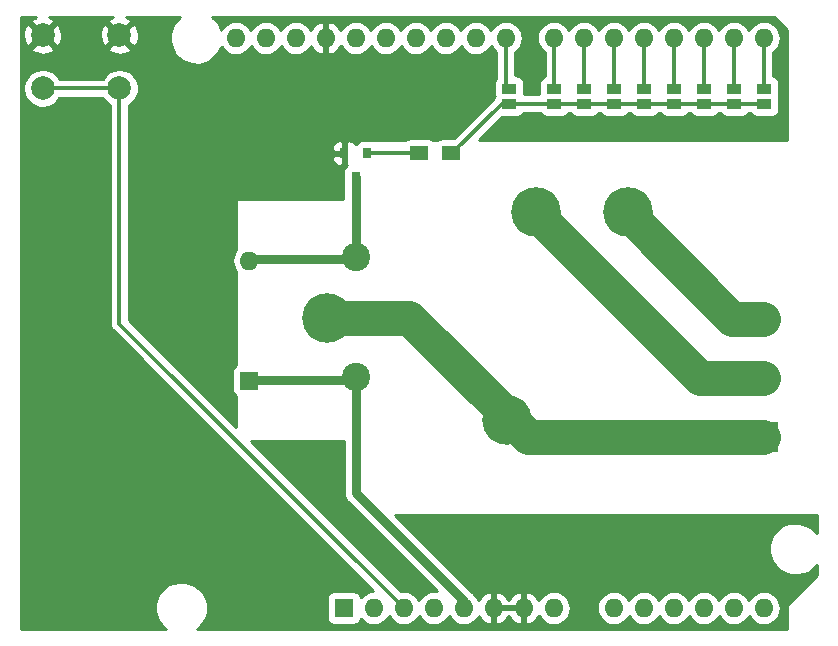
<source format=gtl>
G04 #@! TF.GenerationSoftware,KiCad,Pcbnew,(2017-11-08 revision cd21218)-HEAD*
G04 #@! TF.CreationDate,2018-02-05T18:12:23+02:00*
G04 #@! TF.ProjectId,esp8266_uno_relay,657370383236365F756E6F5F72656C61,rev?*
G04 #@! TF.SameCoordinates,Original*
G04 #@! TF.FileFunction,Copper,L1,Top,Signal*
G04 #@! TF.FilePolarity,Positive*
%FSLAX46Y46*%
G04 Gerber Fmt 4.6, Leading zero omitted, Abs format (unit mm)*
G04 Created by KiCad (PCBNEW (2017-11-08 revision cd21218)-HEAD) date Mon Feb  5 18:12:23 2018*
%MOMM*%
%LPD*%
G01*
G04 APERTURE LIST*
%ADD10C,4.200000*%
%ADD11C,2.400000*%
%ADD12O,1.600000X1.600000*%
%ADD13R,1.600000X1.600000*%
%ADD14R,1.270000X0.970000*%
%ADD15R,2.500000X2.500000*%
%ADD16C,2.500000*%
%ADD17R,0.800000X0.900000*%
%ADD18R,1.500000X1.300000*%
%ADD19C,2.000000*%
%ADD20C,0.450000*%
%ADD21C,0.800000*%
%ADD22C,0.350000*%
%ADD23C,3.000000*%
%ADD24C,0.254000*%
G04 APERTURE END LIST*
D10*
X157052146Y-110213880D03*
X149302146Y-110213880D03*
X146802146Y-127813880D03*
X131552146Y-119163880D03*
D11*
X134052146Y-114063880D03*
X134052146Y-124213880D03*
D12*
X123860000Y-95490000D03*
X126400000Y-95490000D03*
D13*
X133000000Y-143750000D03*
D12*
X163480000Y-95490000D03*
X135540000Y-143750000D03*
X160940000Y-95490000D03*
X138080000Y-143750000D03*
X158400000Y-95490000D03*
X140620000Y-143750000D03*
X155860000Y-95490000D03*
X143160000Y-143750000D03*
X153320000Y-95490000D03*
X145700000Y-143750000D03*
X150780000Y-95490000D03*
X148240000Y-143750000D03*
X146720000Y-95490000D03*
X150780000Y-143750000D03*
X144180000Y-95490000D03*
X155860000Y-143750000D03*
X141640000Y-95490000D03*
X158400000Y-143750000D03*
X139100000Y-95490000D03*
X160940000Y-143750000D03*
X136560000Y-95490000D03*
X163480000Y-143750000D03*
X134020000Y-95490000D03*
X166020000Y-143750000D03*
X131480000Y-95490000D03*
X168560000Y-143750000D03*
X128940000Y-95490000D03*
X168560000Y-95490000D03*
X166020000Y-95490000D03*
D13*
X125000000Y-124500000D03*
D12*
X125000000Y-114340000D03*
D14*
X168610000Y-101060000D03*
X168610000Y-99780000D03*
X166070000Y-99780000D03*
X166070000Y-101060000D03*
X163530000Y-101060000D03*
X163530000Y-99780000D03*
X160990000Y-99780000D03*
X160990000Y-101060000D03*
X158450000Y-101060000D03*
X158450000Y-99780000D03*
X155910000Y-99780000D03*
X155910000Y-101060000D03*
X153370000Y-101060000D03*
X153370000Y-99780000D03*
X150830000Y-99780000D03*
X150830000Y-101060000D03*
X147020000Y-101060000D03*
X147020000Y-99780000D03*
D15*
X168500000Y-129250000D03*
D16*
X168500000Y-124250000D03*
X168500000Y-119250000D03*
D17*
X134950000Y-105250000D03*
X133050000Y-105250000D03*
X134000000Y-107250000D03*
D18*
X139400000Y-105250000D03*
X142100000Y-105250000D03*
D19*
X114000000Y-95250000D03*
X114000000Y-99750000D03*
X107500000Y-95250000D03*
X107500000Y-99750000D03*
D20*
X110834999Y-95722500D03*
X148934999Y-95722500D03*
X110834999Y-98262500D03*
X115914999Y-98262500D03*
X118454999Y-98262500D03*
X120994999Y-98262500D03*
X123534999Y-98262500D03*
X126074999Y-98262500D03*
X128614999Y-98262500D03*
X131154999Y-98262500D03*
X133694999Y-98262500D03*
X136234999Y-98262500D03*
X138774999Y-98262500D03*
X141314999Y-98262500D03*
X143854999Y-98262500D03*
X148934999Y-98262500D03*
X110834999Y-100802500D03*
X118454999Y-100802500D03*
X120994999Y-100802500D03*
X123534999Y-100802500D03*
X126074999Y-100802500D03*
X128614999Y-100802500D03*
X131154999Y-100802500D03*
X133694999Y-100802500D03*
X136234999Y-100802500D03*
X138774999Y-100802500D03*
X141314999Y-100802500D03*
X143854999Y-100802500D03*
X108294999Y-103342500D03*
X110834999Y-103342500D03*
X115914999Y-103342500D03*
X118454999Y-103342500D03*
X120994999Y-103342500D03*
X123534999Y-103342500D03*
X126074999Y-103342500D03*
X128614999Y-103342500D03*
X131154999Y-103342500D03*
X133694999Y-103342500D03*
X136234999Y-103342500D03*
X138774999Y-103342500D03*
X141314999Y-103342500D03*
X146394999Y-103342500D03*
X148934999Y-103342500D03*
X151474999Y-103342500D03*
X154014999Y-103342500D03*
X156554999Y-103342500D03*
X159094999Y-103342500D03*
X161634999Y-103342500D03*
X164174999Y-103342500D03*
X166714999Y-103342500D03*
X169254999Y-103342500D03*
X108294999Y-105882500D03*
X110834999Y-105882500D03*
X115914999Y-105882500D03*
X118454999Y-105882500D03*
X120994999Y-105882500D03*
X123534999Y-105882500D03*
X126074999Y-105882500D03*
X128614999Y-105882500D03*
X131154999Y-105882500D03*
X108294999Y-108422500D03*
X110834999Y-108422500D03*
X115914999Y-108422500D03*
X118454999Y-108422500D03*
X120994999Y-108422500D03*
X123534999Y-108422500D03*
X126074999Y-108422500D03*
X128614999Y-108422500D03*
X131154999Y-108422500D03*
X108294999Y-110962500D03*
X110834999Y-110962500D03*
X115914999Y-110962500D03*
X118454999Y-110962500D03*
X120994999Y-110962500D03*
X123534999Y-110962500D03*
X108294999Y-113502500D03*
X110834999Y-113502500D03*
X115914999Y-113502500D03*
X118454999Y-113502500D03*
X120994999Y-113502500D03*
X123534999Y-113502500D03*
X108294999Y-116042500D03*
X110834999Y-116042500D03*
X115914999Y-116042500D03*
X118454999Y-116042500D03*
X120994999Y-116042500D03*
X123534999Y-116042500D03*
X108294999Y-118582500D03*
X110834999Y-118582500D03*
X115914999Y-118582500D03*
X118454999Y-118582500D03*
X120994999Y-118582500D03*
X123534999Y-118582500D03*
X108294999Y-121122500D03*
X110834999Y-121122500D03*
X113374999Y-121122500D03*
X118454999Y-121122500D03*
X120994999Y-121122500D03*
X123534999Y-121122500D03*
X108294999Y-123662500D03*
X110834999Y-123662500D03*
X113374999Y-123662500D03*
X115914999Y-123662500D03*
X120994999Y-123662500D03*
X123534999Y-123662500D03*
X108294999Y-126202500D03*
X110834999Y-126202500D03*
X113374999Y-126202500D03*
X115914999Y-126202500D03*
X118454999Y-126202500D03*
X123534999Y-126202500D03*
X108294999Y-128742500D03*
X110834999Y-128742500D03*
X113374999Y-128742500D03*
X115914999Y-128742500D03*
X118454999Y-128742500D03*
X120994999Y-128742500D03*
X108294999Y-131282500D03*
X110834999Y-131282500D03*
X113374999Y-131282500D03*
X115914999Y-131282500D03*
X118454999Y-131282500D03*
X120994999Y-131282500D03*
X123534999Y-131282500D03*
X128614999Y-131282500D03*
X131154999Y-131282500D03*
X108294999Y-133822500D03*
X110834999Y-133822500D03*
X113374999Y-133822500D03*
X115914999Y-133822500D03*
X118454999Y-133822500D03*
X120994999Y-133822500D03*
X123534999Y-133822500D03*
X126074999Y-133822500D03*
X131154999Y-133822500D03*
X108294999Y-136362500D03*
X110834999Y-136362500D03*
X113374999Y-136362500D03*
X115914999Y-136362500D03*
X118454999Y-136362500D03*
X120994999Y-136362500D03*
X123534999Y-136362500D03*
X126074999Y-136362500D03*
X128614999Y-136362500D03*
X133694999Y-136362500D03*
X108294999Y-138902500D03*
X110834999Y-138902500D03*
X113374999Y-138902500D03*
X115914999Y-138902500D03*
X118454999Y-138902500D03*
X120994999Y-138902500D03*
X123534999Y-138902500D03*
X126074999Y-138902500D03*
X128614999Y-138902500D03*
X131154999Y-138902500D03*
X136234999Y-138902500D03*
X141314999Y-138902500D03*
X143854999Y-138902500D03*
X146394999Y-138902500D03*
X148934999Y-138902500D03*
X151474999Y-138902500D03*
X154014999Y-138902500D03*
X156554999Y-138902500D03*
X159094999Y-138902500D03*
X161634999Y-138902500D03*
X164174999Y-138902500D03*
X166714999Y-138902500D03*
X108294999Y-141442500D03*
X110834999Y-141442500D03*
X113374999Y-141442500D03*
X115914999Y-141442500D03*
X118454999Y-141442500D03*
X120994999Y-141442500D03*
X123534999Y-141442500D03*
X126074999Y-141442500D03*
X128614999Y-141442500D03*
X131154999Y-141442500D03*
X133694999Y-141442500D03*
X138774999Y-141442500D03*
X143854999Y-141442500D03*
X146394999Y-141442500D03*
X148934999Y-141442500D03*
X151474999Y-141442500D03*
X154014999Y-141442500D03*
X156554999Y-141442500D03*
X159094999Y-141442500D03*
X161634999Y-141442500D03*
X164174999Y-141442500D03*
X166714999Y-141442500D03*
X169254999Y-141442500D03*
X108294999Y-143982500D03*
X110834999Y-143982500D03*
X113374999Y-143982500D03*
X115914999Y-143982500D03*
X123534999Y-143982500D03*
X126074999Y-143982500D03*
X128614999Y-143982500D03*
X131154999Y-143982500D03*
X154014999Y-143982500D03*
D21*
X134052146Y-124413880D02*
X134052146Y-134052146D01*
X143160000Y-143160000D02*
X143160000Y-143750000D01*
X134052146Y-134052146D02*
X143160000Y-143160000D01*
X134052146Y-124413880D02*
X125086120Y-124413880D01*
X125086120Y-124413880D02*
X125000000Y-124500000D01*
X134052146Y-114163880D02*
X125176120Y-114163880D01*
X125176120Y-114163880D02*
X125000000Y-114340000D01*
X134000000Y-107250000D02*
X134000000Y-114111734D01*
X134000000Y-114111734D02*
X134052146Y-114163880D01*
D22*
X163480000Y-95490000D02*
X163480000Y-99730000D01*
X163480000Y-99730000D02*
X163530000Y-99780000D01*
X160940000Y-95490000D02*
X160940000Y-99730000D01*
X160940000Y-99730000D02*
X160990000Y-99780000D01*
X107500000Y-99750000D02*
X114000000Y-99750000D01*
X138080000Y-143750000D02*
X114000000Y-119670000D01*
X114000000Y-119670000D02*
X114000000Y-99750000D01*
X158400000Y-95490000D02*
X158400000Y-99730000D01*
X158400000Y-99730000D02*
X158450000Y-99780000D01*
X155860000Y-95490000D02*
X155860000Y-99730000D01*
X155860000Y-99730000D02*
X155910000Y-99780000D01*
X153370000Y-99780000D02*
X153370000Y-95540000D01*
X153370000Y-95540000D02*
X153320000Y-95490000D01*
X150830000Y-99780000D02*
X150830000Y-95540000D01*
X150830000Y-95540000D02*
X150780000Y-95490000D01*
X146720000Y-95490000D02*
X146720000Y-99480000D01*
X146720000Y-99480000D02*
X147020000Y-99780000D01*
X168560000Y-95490000D02*
X168560000Y-99730000D01*
X168560000Y-99730000D02*
X168610000Y-99780000D01*
X166020000Y-95490000D02*
X166020000Y-99730000D01*
X166020000Y-99730000D02*
X166070000Y-99780000D01*
X147020000Y-101060000D02*
X146390000Y-101060000D01*
X146390000Y-101060000D02*
X142200000Y-105250000D01*
X142200000Y-105250000D02*
X142100000Y-105250000D01*
X150830000Y-101060000D02*
X147020000Y-101060000D01*
X153370000Y-101060000D02*
X150830000Y-101060000D01*
X155910000Y-101060000D02*
X153370000Y-101060000D01*
X158450000Y-101060000D02*
X155910000Y-101060000D01*
X158450000Y-101060000D02*
X160990000Y-101060000D01*
X163530000Y-101060000D02*
X160990000Y-101060000D01*
X163530000Y-101060000D02*
X166070000Y-101060000D01*
X168610000Y-101060000D02*
X166070000Y-101060000D01*
D23*
X165888266Y-119250000D02*
X157052146Y-110413880D01*
X168500000Y-119250000D02*
X165888266Y-119250000D01*
X138552146Y-119163880D02*
X146802146Y-127413880D01*
X131552146Y-119163880D02*
X138552146Y-119163880D01*
X148638266Y-129250000D02*
X146802146Y-127413880D01*
X168500000Y-129250000D02*
X148638266Y-129250000D01*
X163138266Y-124250000D02*
X149302146Y-110413880D01*
X168500000Y-124250000D02*
X163138266Y-124250000D01*
D22*
X139400000Y-105250000D02*
X134950000Y-105250000D01*
D24*
G36*
X106813912Y-93757205D02*
X106639956Y-93850186D01*
X106544192Y-94114587D01*
X107500000Y-95070395D01*
X108455808Y-94114587D01*
X108360044Y-93850186D01*
X108071876Y-93710000D01*
X113450551Y-93710000D01*
X113313912Y-93757205D01*
X113139956Y-93850186D01*
X113044192Y-94114587D01*
X114000000Y-95070395D01*
X114955808Y-94114587D01*
X114860044Y-93850186D01*
X114571876Y-93710000D01*
X119153512Y-93710000D01*
X119092764Y-93749752D01*
X118779607Y-94056419D01*
X118531978Y-94418071D01*
X118359311Y-94820933D01*
X118268182Y-95249662D01*
X118262062Y-95687925D01*
X118341185Y-96119030D01*
X118502536Y-96526557D01*
X118739970Y-96894982D01*
X119044443Y-97210273D01*
X119404358Y-97460421D01*
X119806005Y-97635896D01*
X120234087Y-97730016D01*
X120672297Y-97739195D01*
X121103944Y-97663084D01*
X121512587Y-97504582D01*
X121882661Y-97269726D01*
X122200070Y-96967461D01*
X122452724Y-96609302D01*
X122626473Y-96219056D01*
X122664758Y-96291060D01*
X122841766Y-96508093D01*
X123057558Y-96686612D01*
X123303915Y-96819817D01*
X123571453Y-96902633D01*
X123849982Y-96931908D01*
X124128892Y-96906525D01*
X124397560Y-96827452D01*
X124645753Y-96697700D01*
X124864017Y-96522211D01*
X125044038Y-96307671D01*
X125130228Y-96150891D01*
X125204758Y-96291060D01*
X125381766Y-96508093D01*
X125597558Y-96686612D01*
X125843915Y-96819817D01*
X126111453Y-96902633D01*
X126389982Y-96931908D01*
X126668892Y-96906525D01*
X126937560Y-96827452D01*
X127185753Y-96697700D01*
X127404017Y-96522211D01*
X127584038Y-96307671D01*
X127670228Y-96150891D01*
X127744758Y-96291060D01*
X127921766Y-96508093D01*
X128137558Y-96686612D01*
X128383915Y-96819817D01*
X128651453Y-96902633D01*
X128929982Y-96931908D01*
X129208892Y-96906525D01*
X129477560Y-96827452D01*
X129725753Y-96697700D01*
X129944017Y-96522211D01*
X130124038Y-96307671D01*
X130210656Y-96150112D01*
X130327615Y-96345131D01*
X130516586Y-96553519D01*
X130742580Y-96721037D01*
X130996913Y-96841246D01*
X131130961Y-96881904D01*
X131353000Y-96759915D01*
X131353000Y-95617000D01*
X131333000Y-95617000D01*
X131333000Y-95363000D01*
X131353000Y-95363000D01*
X131353000Y-94220085D01*
X131130961Y-94098096D01*
X130996913Y-94138754D01*
X130742580Y-94258963D01*
X130516586Y-94426481D01*
X130327615Y-94634869D01*
X130210407Y-94830304D01*
X130135242Y-94688940D01*
X129958234Y-94471907D01*
X129742442Y-94293388D01*
X129496085Y-94160183D01*
X129228547Y-94077367D01*
X128950018Y-94048092D01*
X128671108Y-94073475D01*
X128402440Y-94152548D01*
X128154247Y-94282300D01*
X127935983Y-94457789D01*
X127755962Y-94672329D01*
X127669772Y-94829109D01*
X127595242Y-94688940D01*
X127418234Y-94471907D01*
X127202442Y-94293388D01*
X126956085Y-94160183D01*
X126688547Y-94077367D01*
X126410018Y-94048092D01*
X126131108Y-94073475D01*
X125862440Y-94152548D01*
X125614247Y-94282300D01*
X125395983Y-94457789D01*
X125215962Y-94672329D01*
X125129772Y-94829109D01*
X125055242Y-94688940D01*
X124878234Y-94471907D01*
X124662442Y-94293388D01*
X124416085Y-94160183D01*
X124148547Y-94077367D01*
X123870018Y-94048092D01*
X123591108Y-94073475D01*
X123322440Y-94152548D01*
X123074247Y-94282300D01*
X122855983Y-94457789D01*
X122675962Y-94672329D01*
X122619041Y-94775868D01*
X122482936Y-94445654D01*
X122240381Y-94080580D01*
X121931536Y-93769571D01*
X121843219Y-93710000D01*
X169455908Y-93710000D01*
X170540000Y-94794092D01*
X170540000Y-104123000D01*
X144472512Y-104123000D01*
X146412441Y-102183072D01*
X147655000Y-102183072D01*
X147779482Y-102170812D01*
X147899180Y-102134502D01*
X148009494Y-102075537D01*
X148106185Y-101996185D01*
X148185537Y-101899494D01*
X148201302Y-101870000D01*
X149648698Y-101870000D01*
X149664463Y-101899494D01*
X149743815Y-101996185D01*
X149840506Y-102075537D01*
X149950820Y-102134502D01*
X150070518Y-102170812D01*
X150195000Y-102183072D01*
X151465000Y-102183072D01*
X151589482Y-102170812D01*
X151709180Y-102134502D01*
X151819494Y-102075537D01*
X151916185Y-101996185D01*
X151995537Y-101899494D01*
X152011302Y-101870000D01*
X152188698Y-101870000D01*
X152204463Y-101899494D01*
X152283815Y-101996185D01*
X152380506Y-102075537D01*
X152490820Y-102134502D01*
X152610518Y-102170812D01*
X152735000Y-102183072D01*
X154005000Y-102183072D01*
X154129482Y-102170812D01*
X154249180Y-102134502D01*
X154359494Y-102075537D01*
X154456185Y-101996185D01*
X154535537Y-101899494D01*
X154551302Y-101870000D01*
X154728698Y-101870000D01*
X154744463Y-101899494D01*
X154823815Y-101996185D01*
X154920506Y-102075537D01*
X155030820Y-102134502D01*
X155150518Y-102170812D01*
X155275000Y-102183072D01*
X156545000Y-102183072D01*
X156669482Y-102170812D01*
X156789180Y-102134502D01*
X156899494Y-102075537D01*
X156996185Y-101996185D01*
X157075537Y-101899494D01*
X157091302Y-101870000D01*
X157268698Y-101870000D01*
X157284463Y-101899494D01*
X157363815Y-101996185D01*
X157460506Y-102075537D01*
X157570820Y-102134502D01*
X157690518Y-102170812D01*
X157815000Y-102183072D01*
X159085000Y-102183072D01*
X159209482Y-102170812D01*
X159329180Y-102134502D01*
X159439494Y-102075537D01*
X159536185Y-101996185D01*
X159615537Y-101899494D01*
X159631302Y-101870000D01*
X159808698Y-101870000D01*
X159824463Y-101899494D01*
X159903815Y-101996185D01*
X160000506Y-102075537D01*
X160110820Y-102134502D01*
X160230518Y-102170812D01*
X160355000Y-102183072D01*
X161625000Y-102183072D01*
X161749482Y-102170812D01*
X161869180Y-102134502D01*
X161979494Y-102075537D01*
X162076185Y-101996185D01*
X162155537Y-101899494D01*
X162171302Y-101870000D01*
X162348698Y-101870000D01*
X162364463Y-101899494D01*
X162443815Y-101996185D01*
X162540506Y-102075537D01*
X162650820Y-102134502D01*
X162770518Y-102170812D01*
X162895000Y-102183072D01*
X164165000Y-102183072D01*
X164289482Y-102170812D01*
X164409180Y-102134502D01*
X164519494Y-102075537D01*
X164616185Y-101996185D01*
X164695537Y-101899494D01*
X164711302Y-101870000D01*
X164888698Y-101870000D01*
X164904463Y-101899494D01*
X164983815Y-101996185D01*
X165080506Y-102075537D01*
X165190820Y-102134502D01*
X165310518Y-102170812D01*
X165435000Y-102183072D01*
X166705000Y-102183072D01*
X166829482Y-102170812D01*
X166949180Y-102134502D01*
X167059494Y-102075537D01*
X167156185Y-101996185D01*
X167235537Y-101899494D01*
X167251302Y-101870000D01*
X167428698Y-101870000D01*
X167444463Y-101899494D01*
X167523815Y-101996185D01*
X167620506Y-102075537D01*
X167730820Y-102134502D01*
X167850518Y-102170812D01*
X167975000Y-102183072D01*
X169245000Y-102183072D01*
X169369482Y-102170812D01*
X169489180Y-102134502D01*
X169599494Y-102075537D01*
X169696185Y-101996185D01*
X169775537Y-101899494D01*
X169834502Y-101789180D01*
X169870812Y-101669482D01*
X169883072Y-101545000D01*
X169883072Y-100575000D01*
X169870812Y-100450518D01*
X169861554Y-100420000D01*
X169870812Y-100389482D01*
X169883072Y-100265000D01*
X169883072Y-99295000D01*
X169870812Y-99170518D01*
X169834502Y-99050820D01*
X169775537Y-98940506D01*
X169696185Y-98843815D01*
X169599494Y-98764463D01*
X169489180Y-98705498D01*
X169370000Y-98669345D01*
X169370000Y-96678205D01*
X169564017Y-96522211D01*
X169744038Y-96307671D01*
X169878959Y-96062250D01*
X169963642Y-95795296D01*
X169994860Y-95516979D01*
X169995000Y-95496943D01*
X169995000Y-95483057D01*
X169967671Y-95204331D01*
X169886724Y-94936221D01*
X169755242Y-94688940D01*
X169578234Y-94471907D01*
X169362442Y-94293388D01*
X169116085Y-94160183D01*
X168848547Y-94077367D01*
X168570018Y-94048092D01*
X168291108Y-94073475D01*
X168022440Y-94152548D01*
X167774247Y-94282300D01*
X167555983Y-94457789D01*
X167375962Y-94672329D01*
X167289772Y-94829109D01*
X167215242Y-94688940D01*
X167038234Y-94471907D01*
X166822442Y-94293388D01*
X166576085Y-94160183D01*
X166308547Y-94077367D01*
X166030018Y-94048092D01*
X165751108Y-94073475D01*
X165482440Y-94152548D01*
X165234247Y-94282300D01*
X165015983Y-94457789D01*
X164835962Y-94672329D01*
X164749772Y-94829109D01*
X164675242Y-94688940D01*
X164498234Y-94471907D01*
X164282442Y-94293388D01*
X164036085Y-94160183D01*
X163768547Y-94077367D01*
X163490018Y-94048092D01*
X163211108Y-94073475D01*
X162942440Y-94152548D01*
X162694247Y-94282300D01*
X162475983Y-94457789D01*
X162295962Y-94672329D01*
X162209772Y-94829109D01*
X162135242Y-94688940D01*
X161958234Y-94471907D01*
X161742442Y-94293388D01*
X161496085Y-94160183D01*
X161228547Y-94077367D01*
X160950018Y-94048092D01*
X160671108Y-94073475D01*
X160402440Y-94152548D01*
X160154247Y-94282300D01*
X159935983Y-94457789D01*
X159755962Y-94672329D01*
X159669772Y-94829109D01*
X159595242Y-94688940D01*
X159418234Y-94471907D01*
X159202442Y-94293388D01*
X158956085Y-94160183D01*
X158688547Y-94077367D01*
X158410018Y-94048092D01*
X158131108Y-94073475D01*
X157862440Y-94152548D01*
X157614247Y-94282300D01*
X157395983Y-94457789D01*
X157215962Y-94672329D01*
X157129772Y-94829109D01*
X157055242Y-94688940D01*
X156878234Y-94471907D01*
X156662442Y-94293388D01*
X156416085Y-94160183D01*
X156148547Y-94077367D01*
X155870018Y-94048092D01*
X155591108Y-94073475D01*
X155322440Y-94152548D01*
X155074247Y-94282300D01*
X154855983Y-94457789D01*
X154675962Y-94672329D01*
X154589772Y-94829109D01*
X154515242Y-94688940D01*
X154338234Y-94471907D01*
X154122442Y-94293388D01*
X153876085Y-94160183D01*
X153608547Y-94077367D01*
X153330018Y-94048092D01*
X153051108Y-94073475D01*
X152782440Y-94152548D01*
X152534247Y-94282300D01*
X152315983Y-94457789D01*
X152135962Y-94672329D01*
X152049772Y-94829109D01*
X151975242Y-94688940D01*
X151798234Y-94471907D01*
X151582442Y-94293388D01*
X151336085Y-94160183D01*
X151068547Y-94077367D01*
X150790018Y-94048092D01*
X150511108Y-94073475D01*
X150242440Y-94152548D01*
X149994247Y-94282300D01*
X149775983Y-94457789D01*
X149595962Y-94672329D01*
X149461041Y-94917750D01*
X149376358Y-95184704D01*
X149345140Y-95463021D01*
X149345000Y-95483057D01*
X149345000Y-95496943D01*
X149372329Y-95775669D01*
X149453276Y-96043779D01*
X149584758Y-96291060D01*
X149761766Y-96508093D01*
X149977558Y-96686612D01*
X150020000Y-96709560D01*
X150020000Y-98684512D01*
X149950820Y-98705498D01*
X149840506Y-98764463D01*
X149743815Y-98843815D01*
X149664463Y-98940506D01*
X149605498Y-99050820D01*
X149569188Y-99170518D01*
X149556928Y-99295000D01*
X149556928Y-100250000D01*
X148293072Y-100250000D01*
X148293072Y-99295000D01*
X148280812Y-99170518D01*
X148244502Y-99050820D01*
X148185537Y-98940506D01*
X148106185Y-98843815D01*
X148009494Y-98764463D01*
X147899180Y-98705498D01*
X147779482Y-98669188D01*
X147655000Y-98656928D01*
X147530000Y-98656928D01*
X147530000Y-96678205D01*
X147724017Y-96522211D01*
X147904038Y-96307671D01*
X148038959Y-96062250D01*
X148123642Y-95795296D01*
X148154860Y-95516979D01*
X148155000Y-95496943D01*
X148155000Y-95483057D01*
X148127671Y-95204331D01*
X148046724Y-94936221D01*
X147915242Y-94688940D01*
X147738234Y-94471907D01*
X147522442Y-94293388D01*
X147276085Y-94160183D01*
X147008547Y-94077367D01*
X146730018Y-94048092D01*
X146451108Y-94073475D01*
X146182440Y-94152548D01*
X145934247Y-94282300D01*
X145715983Y-94457789D01*
X145535962Y-94672329D01*
X145449772Y-94829109D01*
X145375242Y-94688940D01*
X145198234Y-94471907D01*
X144982442Y-94293388D01*
X144736085Y-94160183D01*
X144468547Y-94077367D01*
X144190018Y-94048092D01*
X143911108Y-94073475D01*
X143642440Y-94152548D01*
X143394247Y-94282300D01*
X143175983Y-94457789D01*
X142995962Y-94672329D01*
X142909772Y-94829109D01*
X142835242Y-94688940D01*
X142658234Y-94471907D01*
X142442442Y-94293388D01*
X142196085Y-94160183D01*
X141928547Y-94077367D01*
X141650018Y-94048092D01*
X141371108Y-94073475D01*
X141102440Y-94152548D01*
X140854247Y-94282300D01*
X140635983Y-94457789D01*
X140455962Y-94672329D01*
X140369772Y-94829109D01*
X140295242Y-94688940D01*
X140118234Y-94471907D01*
X139902442Y-94293388D01*
X139656085Y-94160183D01*
X139388547Y-94077367D01*
X139110018Y-94048092D01*
X138831108Y-94073475D01*
X138562440Y-94152548D01*
X138314247Y-94282300D01*
X138095983Y-94457789D01*
X137915962Y-94672329D01*
X137829772Y-94829109D01*
X137755242Y-94688940D01*
X137578234Y-94471907D01*
X137362442Y-94293388D01*
X137116085Y-94160183D01*
X136848547Y-94077367D01*
X136570018Y-94048092D01*
X136291108Y-94073475D01*
X136022440Y-94152548D01*
X135774247Y-94282300D01*
X135555983Y-94457789D01*
X135375962Y-94672329D01*
X135289772Y-94829109D01*
X135215242Y-94688940D01*
X135038234Y-94471907D01*
X134822442Y-94293388D01*
X134576085Y-94160183D01*
X134308547Y-94077367D01*
X134030018Y-94048092D01*
X133751108Y-94073475D01*
X133482440Y-94152548D01*
X133234247Y-94282300D01*
X133015983Y-94457789D01*
X132835962Y-94672329D01*
X132749344Y-94829888D01*
X132632385Y-94634869D01*
X132443414Y-94426481D01*
X132217420Y-94258963D01*
X131963087Y-94138754D01*
X131829039Y-94098096D01*
X131607000Y-94220085D01*
X131607000Y-95363000D01*
X131627000Y-95363000D01*
X131627000Y-95617000D01*
X131607000Y-95617000D01*
X131607000Y-96759915D01*
X131829039Y-96881904D01*
X131963087Y-96841246D01*
X132217420Y-96721037D01*
X132443414Y-96553519D01*
X132632385Y-96345131D01*
X132749593Y-96149696D01*
X132824758Y-96291060D01*
X133001766Y-96508093D01*
X133217558Y-96686612D01*
X133463915Y-96819817D01*
X133731453Y-96902633D01*
X134009982Y-96931908D01*
X134288892Y-96906525D01*
X134557560Y-96827452D01*
X134805753Y-96697700D01*
X135024017Y-96522211D01*
X135204038Y-96307671D01*
X135290228Y-96150891D01*
X135364758Y-96291060D01*
X135541766Y-96508093D01*
X135757558Y-96686612D01*
X136003915Y-96819817D01*
X136271453Y-96902633D01*
X136549982Y-96931908D01*
X136828892Y-96906525D01*
X137097560Y-96827452D01*
X137345753Y-96697700D01*
X137564017Y-96522211D01*
X137744038Y-96307671D01*
X137830228Y-96150891D01*
X137904758Y-96291060D01*
X138081766Y-96508093D01*
X138297558Y-96686612D01*
X138543915Y-96819817D01*
X138811453Y-96902633D01*
X139089982Y-96931908D01*
X139368892Y-96906525D01*
X139637560Y-96827452D01*
X139885753Y-96697700D01*
X140104017Y-96522211D01*
X140284038Y-96307671D01*
X140370228Y-96150891D01*
X140444758Y-96291060D01*
X140621766Y-96508093D01*
X140837558Y-96686612D01*
X141083915Y-96819817D01*
X141351453Y-96902633D01*
X141629982Y-96931908D01*
X141908892Y-96906525D01*
X142177560Y-96827452D01*
X142425753Y-96697700D01*
X142644017Y-96522211D01*
X142824038Y-96307671D01*
X142910228Y-96150891D01*
X142984758Y-96291060D01*
X143161766Y-96508093D01*
X143377558Y-96686612D01*
X143623915Y-96819817D01*
X143891453Y-96902633D01*
X144169982Y-96931908D01*
X144448892Y-96906525D01*
X144717560Y-96827452D01*
X144965753Y-96697700D01*
X145184017Y-96522211D01*
X145364038Y-96307671D01*
X145450228Y-96150891D01*
X145524758Y-96291060D01*
X145701766Y-96508093D01*
X145910000Y-96680359D01*
X145910000Y-98872834D01*
X145854463Y-98940506D01*
X145795498Y-99050820D01*
X145759188Y-99170518D01*
X145746928Y-99295000D01*
X145746928Y-100265000D01*
X145759188Y-100389482D01*
X145768446Y-100420000D01*
X145759188Y-100450518D01*
X145748833Y-100555654D01*
X142342560Y-103961928D01*
X141350000Y-103961928D01*
X141225518Y-103974188D01*
X141105820Y-104010498D01*
X140995506Y-104069463D01*
X140930271Y-104123000D01*
X140569729Y-104123000D01*
X140504494Y-104069463D01*
X140394180Y-104010498D01*
X140274482Y-103974188D01*
X140150000Y-103961928D01*
X138650000Y-103961928D01*
X138525518Y-103974188D01*
X138405820Y-104010498D01*
X138295506Y-104069463D01*
X138230271Y-104123000D01*
X134500000Y-104123000D01*
X134451399Y-104132667D01*
X134410197Y-104160197D01*
X134394577Y-104183574D01*
X134305820Y-104210498D01*
X134195506Y-104269463D01*
X134098815Y-104348815D01*
X134019463Y-104445506D01*
X134000521Y-104480943D01*
X133943237Y-104395211D01*
X133854789Y-104306763D01*
X133750785Y-104237270D01*
X133635223Y-104189403D01*
X133512542Y-104165000D01*
X133335750Y-104165000D01*
X133177000Y-104323750D01*
X133177000Y-105123000D01*
X133197000Y-105123000D01*
X133197000Y-105377000D01*
X133177000Y-105377000D01*
X133177000Y-106176250D01*
X133261607Y-106260857D01*
X133245506Y-106269463D01*
X133148815Y-106348815D01*
X133069463Y-106445506D01*
X133010498Y-106555820D01*
X132974188Y-106675518D01*
X132961928Y-106800000D01*
X132961928Y-107700000D01*
X132965000Y-107731192D01*
X132965000Y-109123000D01*
X124000000Y-109123000D01*
X123951399Y-109132667D01*
X123910197Y-109160197D01*
X123882667Y-109201399D01*
X123873000Y-109250000D01*
X123873000Y-113454354D01*
X123815962Y-113522329D01*
X123681041Y-113767750D01*
X123596358Y-114034704D01*
X123565140Y-114313021D01*
X123565000Y-114333057D01*
X123565000Y-114346943D01*
X123592329Y-114625669D01*
X123673276Y-114893779D01*
X123804758Y-115141060D01*
X123873000Y-115224733D01*
X123873000Y-123154767D01*
X123845506Y-123169463D01*
X123748815Y-123248815D01*
X123669463Y-123345506D01*
X123610498Y-123455820D01*
X123574188Y-123575518D01*
X123561928Y-123700000D01*
X123561928Y-125300000D01*
X123574188Y-125424482D01*
X123610498Y-125544180D01*
X123669463Y-125654494D01*
X123748815Y-125751185D01*
X123845506Y-125830537D01*
X123873000Y-125845233D01*
X123873000Y-128397488D01*
X114810000Y-119334488D01*
X114810000Y-105535750D01*
X132015000Y-105535750D01*
X132015000Y-105762542D01*
X132039403Y-105885223D01*
X132087270Y-106000785D01*
X132156763Y-106104789D01*
X132245211Y-106193237D01*
X132349215Y-106262730D01*
X132464777Y-106310597D01*
X132587458Y-106335000D01*
X132764250Y-106335000D01*
X132923000Y-106176250D01*
X132923000Y-105377000D01*
X132173750Y-105377000D01*
X132015000Y-105535750D01*
X114810000Y-105535750D01*
X114810000Y-104737458D01*
X132015000Y-104737458D01*
X132015000Y-104964250D01*
X132173750Y-105123000D01*
X132923000Y-105123000D01*
X132923000Y-104323750D01*
X132764250Y-104165000D01*
X132587458Y-104165000D01*
X132464777Y-104189403D01*
X132349215Y-104237270D01*
X132245211Y-104306763D01*
X132156763Y-104395211D01*
X132087270Y-104499215D01*
X132039403Y-104614777D01*
X132015000Y-104737458D01*
X114810000Y-104737458D01*
X114810000Y-101172493D01*
X115011477Y-101044632D01*
X115243676Y-100823512D01*
X115428503Y-100561503D01*
X115558919Y-100268583D01*
X115629956Y-99955911D01*
X115635070Y-99589680D01*
X115572791Y-99275146D01*
X115450604Y-98978700D01*
X115273165Y-98711632D01*
X115047231Y-98484115D01*
X114781408Y-98304816D01*
X114485822Y-98180563D01*
X114171731Y-98116089D01*
X113851099Y-98113851D01*
X113536138Y-98173933D01*
X113238846Y-98294046D01*
X112970546Y-98469617D01*
X112741457Y-98693957D01*
X112572988Y-98940000D01*
X108924892Y-98940000D01*
X108773165Y-98711632D01*
X108547231Y-98484115D01*
X108281408Y-98304816D01*
X107985822Y-98180563D01*
X107671731Y-98116089D01*
X107351099Y-98113851D01*
X107036138Y-98173933D01*
X106738846Y-98294046D01*
X106470546Y-98469617D01*
X106241457Y-98693957D01*
X106060306Y-98958522D01*
X105933993Y-99253233D01*
X105867328Y-99566866D01*
X105862851Y-99887475D01*
X105920733Y-100202848D01*
X106038768Y-100500971D01*
X106212461Y-100770491D01*
X106435197Y-101001140D01*
X106698490Y-101184133D01*
X106992313Y-101312501D01*
X107305473Y-101381354D01*
X107626043Y-101388069D01*
X107941811Y-101332390D01*
X108240752Y-101216439D01*
X108511477Y-101044632D01*
X108743676Y-100823512D01*
X108928503Y-100561503D01*
X108929172Y-100560000D01*
X112576809Y-100560000D01*
X112712461Y-100770491D01*
X112935197Y-101001140D01*
X113190000Y-101178232D01*
X113190000Y-119670000D01*
X113197308Y-119744535D01*
X113203823Y-119819001D01*
X113205010Y-119823087D01*
X113205426Y-119827330D01*
X113227053Y-119898962D01*
X113247926Y-119970808D01*
X113249888Y-119974593D01*
X113251118Y-119978667D01*
X113286223Y-120044689D01*
X113320677Y-120111158D01*
X113323335Y-120114488D01*
X113325334Y-120118247D01*
X113372620Y-120176225D01*
X113419303Y-120234704D01*
X113425145Y-120240627D01*
X113425248Y-120240754D01*
X113425365Y-120240851D01*
X113427244Y-120242756D01*
X135497370Y-142312883D01*
X135271108Y-142333475D01*
X135002440Y-142412548D01*
X134754247Y-142542300D01*
X134535983Y-142717789D01*
X134427889Y-142846610D01*
X134425812Y-142825518D01*
X134389502Y-142705820D01*
X134330537Y-142595506D01*
X134251185Y-142498815D01*
X134154494Y-142419463D01*
X134044180Y-142360498D01*
X133924482Y-142324188D01*
X133800000Y-142311928D01*
X132200000Y-142311928D01*
X132075518Y-142324188D01*
X131955820Y-142360498D01*
X131845506Y-142419463D01*
X131748815Y-142498815D01*
X131669463Y-142595506D01*
X131610498Y-142705820D01*
X131574188Y-142825518D01*
X131561928Y-142950000D01*
X131561928Y-144550000D01*
X131574188Y-144674482D01*
X131610498Y-144794180D01*
X131669463Y-144904494D01*
X131748815Y-145001185D01*
X131845506Y-145080537D01*
X131955820Y-145139502D01*
X132075518Y-145175812D01*
X132200000Y-145188072D01*
X133800000Y-145188072D01*
X133924482Y-145175812D01*
X134044180Y-145139502D01*
X134154494Y-145080537D01*
X134251185Y-145001185D01*
X134330537Y-144904494D01*
X134389502Y-144794180D01*
X134425812Y-144674482D01*
X134427925Y-144653032D01*
X134521766Y-144768093D01*
X134737558Y-144946612D01*
X134983915Y-145079817D01*
X135251453Y-145162633D01*
X135529982Y-145191908D01*
X135808892Y-145166525D01*
X136077560Y-145087452D01*
X136325753Y-144957700D01*
X136544017Y-144782211D01*
X136724038Y-144567671D01*
X136810228Y-144410891D01*
X136884758Y-144551060D01*
X137061766Y-144768093D01*
X137277558Y-144946612D01*
X137523915Y-145079817D01*
X137791453Y-145162633D01*
X138069982Y-145191908D01*
X138348892Y-145166525D01*
X138617560Y-145087452D01*
X138865753Y-144957700D01*
X139084017Y-144782211D01*
X139264038Y-144567671D01*
X139350228Y-144410891D01*
X139424758Y-144551060D01*
X139601766Y-144768093D01*
X139817558Y-144946612D01*
X140063915Y-145079817D01*
X140331453Y-145162633D01*
X140609982Y-145191908D01*
X140888892Y-145166525D01*
X141157560Y-145087452D01*
X141405753Y-144957700D01*
X141624017Y-144782211D01*
X141804038Y-144567671D01*
X141890228Y-144410891D01*
X141964758Y-144551060D01*
X142141766Y-144768093D01*
X142357558Y-144946612D01*
X142603915Y-145079817D01*
X142871453Y-145162633D01*
X143149982Y-145191908D01*
X143428892Y-145166525D01*
X143697560Y-145087452D01*
X143945753Y-144957700D01*
X144164017Y-144782211D01*
X144344038Y-144567671D01*
X144430656Y-144410112D01*
X144547615Y-144605131D01*
X144736586Y-144813519D01*
X144962580Y-144981037D01*
X145216913Y-145101246D01*
X145350961Y-145141904D01*
X145573000Y-145019915D01*
X145573000Y-143877000D01*
X145827000Y-143877000D01*
X145827000Y-145019915D01*
X146049039Y-145141904D01*
X146183087Y-145101246D01*
X146437420Y-144981037D01*
X146663414Y-144813519D01*
X146852385Y-144605131D01*
X146970000Y-144409018D01*
X147087615Y-144605131D01*
X147276586Y-144813519D01*
X147502580Y-144981037D01*
X147756913Y-145101246D01*
X147890961Y-145141904D01*
X148113000Y-145019915D01*
X148113000Y-143877000D01*
X145827000Y-143877000D01*
X145573000Y-143877000D01*
X145553000Y-143877000D01*
X145553000Y-143623000D01*
X145573000Y-143623000D01*
X145573000Y-142480085D01*
X145827000Y-142480085D01*
X145827000Y-143623000D01*
X148113000Y-143623000D01*
X148113000Y-142480085D01*
X148367000Y-142480085D01*
X148367000Y-143623000D01*
X148387000Y-143623000D01*
X148387000Y-143877000D01*
X148367000Y-143877000D01*
X148367000Y-145019915D01*
X148589039Y-145141904D01*
X148723087Y-145101246D01*
X148977420Y-144981037D01*
X149203414Y-144813519D01*
X149392385Y-144605131D01*
X149509593Y-144409696D01*
X149584758Y-144551060D01*
X149761766Y-144768093D01*
X149977558Y-144946612D01*
X150223915Y-145079817D01*
X150491453Y-145162633D01*
X150769982Y-145191908D01*
X151048892Y-145166525D01*
X151317560Y-145087452D01*
X151565753Y-144957700D01*
X151784017Y-144782211D01*
X151964038Y-144567671D01*
X152098959Y-144322250D01*
X152183642Y-144055296D01*
X152214860Y-143776979D01*
X152215000Y-143756943D01*
X152215000Y-143743057D01*
X154425000Y-143743057D01*
X154425000Y-143756943D01*
X154452329Y-144035669D01*
X154533276Y-144303779D01*
X154664758Y-144551060D01*
X154841766Y-144768093D01*
X155057558Y-144946612D01*
X155303915Y-145079817D01*
X155571453Y-145162633D01*
X155849982Y-145191908D01*
X156128892Y-145166525D01*
X156397560Y-145087452D01*
X156645753Y-144957700D01*
X156864017Y-144782211D01*
X157044038Y-144567671D01*
X157130228Y-144410891D01*
X157204758Y-144551060D01*
X157381766Y-144768093D01*
X157597558Y-144946612D01*
X157843915Y-145079817D01*
X158111453Y-145162633D01*
X158389982Y-145191908D01*
X158668892Y-145166525D01*
X158937560Y-145087452D01*
X159185753Y-144957700D01*
X159404017Y-144782211D01*
X159584038Y-144567671D01*
X159670228Y-144410891D01*
X159744758Y-144551060D01*
X159921766Y-144768093D01*
X160137558Y-144946612D01*
X160383915Y-145079817D01*
X160651453Y-145162633D01*
X160929982Y-145191908D01*
X161208892Y-145166525D01*
X161477560Y-145087452D01*
X161725753Y-144957700D01*
X161944017Y-144782211D01*
X162124038Y-144567671D01*
X162210228Y-144410891D01*
X162284758Y-144551060D01*
X162461766Y-144768093D01*
X162677558Y-144946612D01*
X162923915Y-145079817D01*
X163191453Y-145162633D01*
X163469982Y-145191908D01*
X163748892Y-145166525D01*
X164017560Y-145087452D01*
X164265753Y-144957700D01*
X164484017Y-144782211D01*
X164664038Y-144567671D01*
X164750228Y-144410891D01*
X164824758Y-144551060D01*
X165001766Y-144768093D01*
X165217558Y-144946612D01*
X165463915Y-145079817D01*
X165731453Y-145162633D01*
X166009982Y-145191908D01*
X166288892Y-145166525D01*
X166557560Y-145087452D01*
X166805753Y-144957700D01*
X167024017Y-144782211D01*
X167204038Y-144567671D01*
X167290228Y-144410891D01*
X167364758Y-144551060D01*
X167541766Y-144768093D01*
X167757558Y-144946612D01*
X168003915Y-145079817D01*
X168271453Y-145162633D01*
X168549982Y-145191908D01*
X168828892Y-145166525D01*
X169097560Y-145087452D01*
X169345753Y-144957700D01*
X169564017Y-144782211D01*
X169744038Y-144567671D01*
X169878959Y-144322250D01*
X169963642Y-144055296D01*
X169994860Y-143776979D01*
X169995000Y-143756943D01*
X169995000Y-143743057D01*
X169967671Y-143464331D01*
X169886724Y-143196221D01*
X169755242Y-142948940D01*
X169578234Y-142731907D01*
X169362442Y-142553388D01*
X169116085Y-142420183D01*
X168848547Y-142337367D01*
X168570018Y-142308092D01*
X168291108Y-142333475D01*
X168022440Y-142412548D01*
X167774247Y-142542300D01*
X167555983Y-142717789D01*
X167375962Y-142932329D01*
X167289772Y-143089109D01*
X167215242Y-142948940D01*
X167038234Y-142731907D01*
X166822442Y-142553388D01*
X166576085Y-142420183D01*
X166308547Y-142337367D01*
X166030018Y-142308092D01*
X165751108Y-142333475D01*
X165482440Y-142412548D01*
X165234247Y-142542300D01*
X165015983Y-142717789D01*
X164835962Y-142932329D01*
X164749772Y-143089109D01*
X164675242Y-142948940D01*
X164498234Y-142731907D01*
X164282442Y-142553388D01*
X164036085Y-142420183D01*
X163768547Y-142337367D01*
X163490018Y-142308092D01*
X163211108Y-142333475D01*
X162942440Y-142412548D01*
X162694247Y-142542300D01*
X162475983Y-142717789D01*
X162295962Y-142932329D01*
X162209772Y-143089109D01*
X162135242Y-142948940D01*
X161958234Y-142731907D01*
X161742442Y-142553388D01*
X161496085Y-142420183D01*
X161228547Y-142337367D01*
X160950018Y-142308092D01*
X160671108Y-142333475D01*
X160402440Y-142412548D01*
X160154247Y-142542300D01*
X159935983Y-142717789D01*
X159755962Y-142932329D01*
X159669772Y-143089109D01*
X159595242Y-142948940D01*
X159418234Y-142731907D01*
X159202442Y-142553388D01*
X158956085Y-142420183D01*
X158688547Y-142337367D01*
X158410018Y-142308092D01*
X158131108Y-142333475D01*
X157862440Y-142412548D01*
X157614247Y-142542300D01*
X157395983Y-142717789D01*
X157215962Y-142932329D01*
X157129772Y-143089109D01*
X157055242Y-142948940D01*
X156878234Y-142731907D01*
X156662442Y-142553388D01*
X156416085Y-142420183D01*
X156148547Y-142337367D01*
X155870018Y-142308092D01*
X155591108Y-142333475D01*
X155322440Y-142412548D01*
X155074247Y-142542300D01*
X154855983Y-142717789D01*
X154675962Y-142932329D01*
X154541041Y-143177750D01*
X154456358Y-143444704D01*
X154425140Y-143723021D01*
X154425000Y-143743057D01*
X152215000Y-143743057D01*
X152187671Y-143464331D01*
X152106724Y-143196221D01*
X151975242Y-142948940D01*
X151798234Y-142731907D01*
X151582442Y-142553388D01*
X151336085Y-142420183D01*
X151068547Y-142337367D01*
X150790018Y-142308092D01*
X150511108Y-142333475D01*
X150242440Y-142412548D01*
X149994247Y-142542300D01*
X149775983Y-142717789D01*
X149595962Y-142932329D01*
X149509344Y-143089888D01*
X149392385Y-142894869D01*
X149203414Y-142686481D01*
X148977420Y-142518963D01*
X148723087Y-142398754D01*
X148589039Y-142358096D01*
X148367000Y-142480085D01*
X148113000Y-142480085D01*
X147890961Y-142358096D01*
X147756913Y-142398754D01*
X147502580Y-142518963D01*
X147276586Y-142686481D01*
X147087615Y-142894869D01*
X146970000Y-143090982D01*
X146852385Y-142894869D01*
X146663414Y-142686481D01*
X146437420Y-142518963D01*
X146183087Y-142398754D01*
X146049039Y-142358096D01*
X145827000Y-142480085D01*
X145573000Y-142480085D01*
X145350961Y-142358096D01*
X145216913Y-142398754D01*
X144962580Y-142518963D01*
X144736586Y-142686481D01*
X144547615Y-142894869D01*
X144430407Y-143090304D01*
X144355242Y-142948940D01*
X144178234Y-142731907D01*
X144038320Y-142616160D01*
X144028025Y-142596299D01*
X144024626Y-142592041D01*
X144022073Y-142587240D01*
X143961676Y-142513186D01*
X143902003Y-142438435D01*
X143894533Y-142430860D01*
X143894406Y-142430704D01*
X143894262Y-142430585D01*
X143891856Y-142428145D01*
X137340712Y-135877000D01*
X173040000Y-135877000D01*
X173040000Y-137405262D01*
X172990381Y-137330580D01*
X172681536Y-137019571D01*
X172318164Y-136774473D01*
X171914105Y-136604622D01*
X171484751Y-136516489D01*
X171046456Y-136513429D01*
X170615914Y-136595559D01*
X170209523Y-136759752D01*
X169842764Y-136999752D01*
X169529607Y-137306419D01*
X169281978Y-137668071D01*
X169109311Y-138070933D01*
X169018182Y-138499662D01*
X169012062Y-138937925D01*
X169091185Y-139369030D01*
X169252536Y-139776557D01*
X169489970Y-140144982D01*
X169794443Y-140460273D01*
X170154358Y-140710421D01*
X170556005Y-140885896D01*
X170984087Y-140980016D01*
X171422297Y-140989195D01*
X171853944Y-140913084D01*
X172262587Y-140754582D01*
X172632661Y-140519726D01*
X172950070Y-140217461D01*
X173040000Y-140089977D01*
X173040000Y-140955908D01*
X170747954Y-143247954D01*
X170706342Y-143298614D01*
X170664169Y-143348873D01*
X170662369Y-143352147D01*
X170660001Y-143355030D01*
X170629003Y-143412841D01*
X170597414Y-143470301D01*
X170596286Y-143473856D01*
X170594520Y-143477150D01*
X170575341Y-143539885D01*
X170555515Y-143602383D01*
X170555099Y-143606096D01*
X170554008Y-143609663D01*
X170547388Y-143674838D01*
X170540069Y-143740087D01*
X170540018Y-143747393D01*
X170540005Y-143747522D01*
X170540016Y-143747643D01*
X170540000Y-143750000D01*
X170540000Y-145540000D01*
X120600714Y-145540000D01*
X120632661Y-145519726D01*
X120950070Y-145217461D01*
X121202724Y-144859302D01*
X121380999Y-144458889D01*
X121478105Y-144031475D01*
X121485096Y-143530847D01*
X121399962Y-143100888D01*
X121232936Y-142695654D01*
X120990381Y-142330580D01*
X120681536Y-142019571D01*
X120318164Y-141774473D01*
X119914105Y-141604622D01*
X119484751Y-141516489D01*
X119046456Y-141513429D01*
X118615914Y-141595559D01*
X118209523Y-141759752D01*
X117842764Y-141999752D01*
X117529607Y-142306419D01*
X117281978Y-142668071D01*
X117109311Y-143070933D01*
X117018182Y-143499662D01*
X117012062Y-143937925D01*
X117091185Y-144369030D01*
X117252536Y-144776557D01*
X117489970Y-145144982D01*
X117794443Y-145460273D01*
X117909155Y-145540000D01*
X105710000Y-145540000D01*
X105710000Y-96385413D01*
X106544192Y-96385413D01*
X106639956Y-96649814D01*
X106929571Y-96790704D01*
X107241108Y-96872384D01*
X107562595Y-96891718D01*
X107881675Y-96847961D01*
X108186088Y-96742795D01*
X108360044Y-96649814D01*
X108455808Y-96385413D01*
X113044192Y-96385413D01*
X113139956Y-96649814D01*
X113429571Y-96790704D01*
X113741108Y-96872384D01*
X114062595Y-96891718D01*
X114381675Y-96847961D01*
X114686088Y-96742795D01*
X114860044Y-96649814D01*
X114955808Y-96385413D01*
X114000000Y-95429605D01*
X113044192Y-96385413D01*
X108455808Y-96385413D01*
X107500000Y-95429605D01*
X106544192Y-96385413D01*
X105710000Y-96385413D01*
X105710000Y-95312595D01*
X105858282Y-95312595D01*
X105902039Y-95631675D01*
X106007205Y-95936088D01*
X106100186Y-96110044D01*
X106364587Y-96205808D01*
X107320395Y-95250000D01*
X107679605Y-95250000D01*
X108635413Y-96205808D01*
X108899814Y-96110044D01*
X109040704Y-95820429D01*
X109122384Y-95508892D01*
X109134189Y-95312595D01*
X112358282Y-95312595D01*
X112402039Y-95631675D01*
X112507205Y-95936088D01*
X112600186Y-96110044D01*
X112864587Y-96205808D01*
X113820395Y-95250000D01*
X114179605Y-95250000D01*
X115135413Y-96205808D01*
X115399814Y-96110044D01*
X115540704Y-95820429D01*
X115622384Y-95508892D01*
X115641718Y-95187405D01*
X115597961Y-94868325D01*
X115492795Y-94563912D01*
X115399814Y-94389956D01*
X115135413Y-94294192D01*
X114179605Y-95250000D01*
X113820395Y-95250000D01*
X112864587Y-94294192D01*
X112600186Y-94389956D01*
X112459296Y-94679571D01*
X112377616Y-94991108D01*
X112358282Y-95312595D01*
X109134189Y-95312595D01*
X109141718Y-95187405D01*
X109097961Y-94868325D01*
X108992795Y-94563912D01*
X108899814Y-94389956D01*
X108635413Y-94294192D01*
X107679605Y-95250000D01*
X107320395Y-95250000D01*
X106364587Y-94294192D01*
X106100186Y-94389956D01*
X105959296Y-94679571D01*
X105877616Y-94991108D01*
X105858282Y-95312595D01*
X105710000Y-95312595D01*
X105710000Y-93710000D01*
X106950551Y-93710000D01*
X106813912Y-93757205D01*
X106813912Y-93757205D01*
G37*
X106813912Y-93757205D02*
X106639956Y-93850186D01*
X106544192Y-94114587D01*
X107500000Y-95070395D01*
X108455808Y-94114587D01*
X108360044Y-93850186D01*
X108071876Y-93710000D01*
X113450551Y-93710000D01*
X113313912Y-93757205D01*
X113139956Y-93850186D01*
X113044192Y-94114587D01*
X114000000Y-95070395D01*
X114955808Y-94114587D01*
X114860044Y-93850186D01*
X114571876Y-93710000D01*
X119153512Y-93710000D01*
X119092764Y-93749752D01*
X118779607Y-94056419D01*
X118531978Y-94418071D01*
X118359311Y-94820933D01*
X118268182Y-95249662D01*
X118262062Y-95687925D01*
X118341185Y-96119030D01*
X118502536Y-96526557D01*
X118739970Y-96894982D01*
X119044443Y-97210273D01*
X119404358Y-97460421D01*
X119806005Y-97635896D01*
X120234087Y-97730016D01*
X120672297Y-97739195D01*
X121103944Y-97663084D01*
X121512587Y-97504582D01*
X121882661Y-97269726D01*
X122200070Y-96967461D01*
X122452724Y-96609302D01*
X122626473Y-96219056D01*
X122664758Y-96291060D01*
X122841766Y-96508093D01*
X123057558Y-96686612D01*
X123303915Y-96819817D01*
X123571453Y-96902633D01*
X123849982Y-96931908D01*
X124128892Y-96906525D01*
X124397560Y-96827452D01*
X124645753Y-96697700D01*
X124864017Y-96522211D01*
X125044038Y-96307671D01*
X125130228Y-96150891D01*
X125204758Y-96291060D01*
X125381766Y-96508093D01*
X125597558Y-96686612D01*
X125843915Y-96819817D01*
X126111453Y-96902633D01*
X126389982Y-96931908D01*
X126668892Y-96906525D01*
X126937560Y-96827452D01*
X127185753Y-96697700D01*
X127404017Y-96522211D01*
X127584038Y-96307671D01*
X127670228Y-96150891D01*
X127744758Y-96291060D01*
X127921766Y-96508093D01*
X128137558Y-96686612D01*
X128383915Y-96819817D01*
X128651453Y-96902633D01*
X128929982Y-96931908D01*
X129208892Y-96906525D01*
X129477560Y-96827452D01*
X129725753Y-96697700D01*
X129944017Y-96522211D01*
X130124038Y-96307671D01*
X130210656Y-96150112D01*
X130327615Y-96345131D01*
X130516586Y-96553519D01*
X130742580Y-96721037D01*
X130996913Y-96841246D01*
X131130961Y-96881904D01*
X131353000Y-96759915D01*
X131353000Y-95617000D01*
X131333000Y-95617000D01*
X131333000Y-95363000D01*
X131353000Y-95363000D01*
X131353000Y-94220085D01*
X131130961Y-94098096D01*
X130996913Y-94138754D01*
X130742580Y-94258963D01*
X130516586Y-94426481D01*
X130327615Y-94634869D01*
X130210407Y-94830304D01*
X130135242Y-94688940D01*
X129958234Y-94471907D01*
X129742442Y-94293388D01*
X129496085Y-94160183D01*
X129228547Y-94077367D01*
X128950018Y-94048092D01*
X128671108Y-94073475D01*
X128402440Y-94152548D01*
X128154247Y-94282300D01*
X127935983Y-94457789D01*
X127755962Y-94672329D01*
X127669772Y-94829109D01*
X127595242Y-94688940D01*
X127418234Y-94471907D01*
X127202442Y-94293388D01*
X126956085Y-94160183D01*
X126688547Y-94077367D01*
X126410018Y-94048092D01*
X126131108Y-94073475D01*
X125862440Y-94152548D01*
X125614247Y-94282300D01*
X125395983Y-94457789D01*
X125215962Y-94672329D01*
X125129772Y-94829109D01*
X125055242Y-94688940D01*
X124878234Y-94471907D01*
X124662442Y-94293388D01*
X124416085Y-94160183D01*
X124148547Y-94077367D01*
X123870018Y-94048092D01*
X123591108Y-94073475D01*
X123322440Y-94152548D01*
X123074247Y-94282300D01*
X122855983Y-94457789D01*
X122675962Y-94672329D01*
X122619041Y-94775868D01*
X122482936Y-94445654D01*
X122240381Y-94080580D01*
X121931536Y-93769571D01*
X121843219Y-93710000D01*
X169455908Y-93710000D01*
X170540000Y-94794092D01*
X170540000Y-104123000D01*
X144472512Y-104123000D01*
X146412441Y-102183072D01*
X147655000Y-102183072D01*
X147779482Y-102170812D01*
X147899180Y-102134502D01*
X148009494Y-102075537D01*
X148106185Y-101996185D01*
X148185537Y-101899494D01*
X148201302Y-101870000D01*
X149648698Y-101870000D01*
X149664463Y-101899494D01*
X149743815Y-101996185D01*
X149840506Y-102075537D01*
X149950820Y-102134502D01*
X150070518Y-102170812D01*
X150195000Y-102183072D01*
X151465000Y-102183072D01*
X151589482Y-102170812D01*
X151709180Y-102134502D01*
X151819494Y-102075537D01*
X151916185Y-101996185D01*
X151995537Y-101899494D01*
X152011302Y-101870000D01*
X152188698Y-101870000D01*
X152204463Y-101899494D01*
X152283815Y-101996185D01*
X152380506Y-102075537D01*
X152490820Y-102134502D01*
X152610518Y-102170812D01*
X152735000Y-102183072D01*
X154005000Y-102183072D01*
X154129482Y-102170812D01*
X154249180Y-102134502D01*
X154359494Y-102075537D01*
X154456185Y-101996185D01*
X154535537Y-101899494D01*
X154551302Y-101870000D01*
X154728698Y-101870000D01*
X154744463Y-101899494D01*
X154823815Y-101996185D01*
X154920506Y-102075537D01*
X155030820Y-102134502D01*
X155150518Y-102170812D01*
X155275000Y-102183072D01*
X156545000Y-102183072D01*
X156669482Y-102170812D01*
X156789180Y-102134502D01*
X156899494Y-102075537D01*
X156996185Y-101996185D01*
X157075537Y-101899494D01*
X157091302Y-101870000D01*
X157268698Y-101870000D01*
X157284463Y-101899494D01*
X157363815Y-101996185D01*
X157460506Y-102075537D01*
X157570820Y-102134502D01*
X157690518Y-102170812D01*
X157815000Y-102183072D01*
X159085000Y-102183072D01*
X159209482Y-102170812D01*
X159329180Y-102134502D01*
X159439494Y-102075537D01*
X159536185Y-101996185D01*
X159615537Y-101899494D01*
X159631302Y-101870000D01*
X159808698Y-101870000D01*
X159824463Y-101899494D01*
X159903815Y-101996185D01*
X160000506Y-102075537D01*
X160110820Y-102134502D01*
X160230518Y-102170812D01*
X160355000Y-102183072D01*
X161625000Y-102183072D01*
X161749482Y-102170812D01*
X161869180Y-102134502D01*
X161979494Y-102075537D01*
X162076185Y-101996185D01*
X162155537Y-101899494D01*
X162171302Y-101870000D01*
X162348698Y-101870000D01*
X162364463Y-101899494D01*
X162443815Y-101996185D01*
X162540506Y-102075537D01*
X162650820Y-102134502D01*
X162770518Y-102170812D01*
X162895000Y-102183072D01*
X164165000Y-102183072D01*
X164289482Y-102170812D01*
X164409180Y-102134502D01*
X164519494Y-102075537D01*
X164616185Y-101996185D01*
X164695537Y-101899494D01*
X164711302Y-101870000D01*
X164888698Y-101870000D01*
X164904463Y-101899494D01*
X164983815Y-101996185D01*
X165080506Y-102075537D01*
X165190820Y-102134502D01*
X165310518Y-102170812D01*
X165435000Y-102183072D01*
X166705000Y-102183072D01*
X166829482Y-102170812D01*
X166949180Y-102134502D01*
X167059494Y-102075537D01*
X167156185Y-101996185D01*
X167235537Y-101899494D01*
X167251302Y-101870000D01*
X167428698Y-101870000D01*
X167444463Y-101899494D01*
X167523815Y-101996185D01*
X167620506Y-102075537D01*
X167730820Y-102134502D01*
X167850518Y-102170812D01*
X167975000Y-102183072D01*
X169245000Y-102183072D01*
X169369482Y-102170812D01*
X169489180Y-102134502D01*
X169599494Y-102075537D01*
X169696185Y-101996185D01*
X169775537Y-101899494D01*
X169834502Y-101789180D01*
X169870812Y-101669482D01*
X169883072Y-101545000D01*
X169883072Y-100575000D01*
X169870812Y-100450518D01*
X169861554Y-100420000D01*
X169870812Y-100389482D01*
X169883072Y-100265000D01*
X169883072Y-99295000D01*
X169870812Y-99170518D01*
X169834502Y-99050820D01*
X169775537Y-98940506D01*
X169696185Y-98843815D01*
X169599494Y-98764463D01*
X169489180Y-98705498D01*
X169370000Y-98669345D01*
X169370000Y-96678205D01*
X169564017Y-96522211D01*
X169744038Y-96307671D01*
X169878959Y-96062250D01*
X169963642Y-95795296D01*
X169994860Y-95516979D01*
X169995000Y-95496943D01*
X169995000Y-95483057D01*
X169967671Y-95204331D01*
X169886724Y-94936221D01*
X169755242Y-94688940D01*
X169578234Y-94471907D01*
X169362442Y-94293388D01*
X169116085Y-94160183D01*
X168848547Y-94077367D01*
X168570018Y-94048092D01*
X168291108Y-94073475D01*
X168022440Y-94152548D01*
X167774247Y-94282300D01*
X167555983Y-94457789D01*
X167375962Y-94672329D01*
X167289772Y-94829109D01*
X167215242Y-94688940D01*
X167038234Y-94471907D01*
X166822442Y-94293388D01*
X166576085Y-94160183D01*
X166308547Y-94077367D01*
X166030018Y-94048092D01*
X165751108Y-94073475D01*
X165482440Y-94152548D01*
X165234247Y-94282300D01*
X165015983Y-94457789D01*
X164835962Y-94672329D01*
X164749772Y-94829109D01*
X164675242Y-94688940D01*
X164498234Y-94471907D01*
X164282442Y-94293388D01*
X164036085Y-94160183D01*
X163768547Y-94077367D01*
X163490018Y-94048092D01*
X163211108Y-94073475D01*
X162942440Y-94152548D01*
X162694247Y-94282300D01*
X162475983Y-94457789D01*
X162295962Y-94672329D01*
X162209772Y-94829109D01*
X162135242Y-94688940D01*
X161958234Y-94471907D01*
X161742442Y-94293388D01*
X161496085Y-94160183D01*
X161228547Y-94077367D01*
X160950018Y-94048092D01*
X160671108Y-94073475D01*
X160402440Y-94152548D01*
X160154247Y-94282300D01*
X159935983Y-94457789D01*
X159755962Y-94672329D01*
X159669772Y-94829109D01*
X159595242Y-94688940D01*
X159418234Y-94471907D01*
X159202442Y-94293388D01*
X158956085Y-94160183D01*
X158688547Y-94077367D01*
X158410018Y-94048092D01*
X158131108Y-94073475D01*
X157862440Y-94152548D01*
X157614247Y-94282300D01*
X157395983Y-94457789D01*
X157215962Y-94672329D01*
X157129772Y-94829109D01*
X157055242Y-94688940D01*
X156878234Y-94471907D01*
X156662442Y-94293388D01*
X156416085Y-94160183D01*
X156148547Y-94077367D01*
X155870018Y-94048092D01*
X155591108Y-94073475D01*
X155322440Y-94152548D01*
X155074247Y-94282300D01*
X154855983Y-94457789D01*
X154675962Y-94672329D01*
X154589772Y-94829109D01*
X154515242Y-94688940D01*
X154338234Y-94471907D01*
X154122442Y-94293388D01*
X153876085Y-94160183D01*
X153608547Y-94077367D01*
X153330018Y-94048092D01*
X153051108Y-94073475D01*
X152782440Y-94152548D01*
X152534247Y-94282300D01*
X152315983Y-94457789D01*
X152135962Y-94672329D01*
X152049772Y-94829109D01*
X151975242Y-94688940D01*
X151798234Y-94471907D01*
X151582442Y-94293388D01*
X151336085Y-94160183D01*
X151068547Y-94077367D01*
X150790018Y-94048092D01*
X150511108Y-94073475D01*
X150242440Y-94152548D01*
X149994247Y-94282300D01*
X149775983Y-94457789D01*
X149595962Y-94672329D01*
X149461041Y-94917750D01*
X149376358Y-95184704D01*
X149345140Y-95463021D01*
X149345000Y-95483057D01*
X149345000Y-95496943D01*
X149372329Y-95775669D01*
X149453276Y-96043779D01*
X149584758Y-96291060D01*
X149761766Y-96508093D01*
X149977558Y-96686612D01*
X150020000Y-96709560D01*
X150020000Y-98684512D01*
X149950820Y-98705498D01*
X149840506Y-98764463D01*
X149743815Y-98843815D01*
X149664463Y-98940506D01*
X149605498Y-99050820D01*
X149569188Y-99170518D01*
X149556928Y-99295000D01*
X149556928Y-100250000D01*
X148293072Y-100250000D01*
X148293072Y-99295000D01*
X148280812Y-99170518D01*
X148244502Y-99050820D01*
X148185537Y-98940506D01*
X148106185Y-98843815D01*
X148009494Y-98764463D01*
X147899180Y-98705498D01*
X147779482Y-98669188D01*
X147655000Y-98656928D01*
X147530000Y-98656928D01*
X147530000Y-96678205D01*
X147724017Y-96522211D01*
X147904038Y-96307671D01*
X148038959Y-96062250D01*
X148123642Y-95795296D01*
X148154860Y-95516979D01*
X148155000Y-95496943D01*
X148155000Y-95483057D01*
X148127671Y-95204331D01*
X148046724Y-94936221D01*
X147915242Y-94688940D01*
X147738234Y-94471907D01*
X147522442Y-94293388D01*
X147276085Y-94160183D01*
X147008547Y-94077367D01*
X146730018Y-94048092D01*
X146451108Y-94073475D01*
X146182440Y-94152548D01*
X145934247Y-94282300D01*
X145715983Y-94457789D01*
X145535962Y-94672329D01*
X145449772Y-94829109D01*
X145375242Y-94688940D01*
X145198234Y-94471907D01*
X144982442Y-94293388D01*
X144736085Y-94160183D01*
X144468547Y-94077367D01*
X144190018Y-94048092D01*
X143911108Y-94073475D01*
X143642440Y-94152548D01*
X143394247Y-94282300D01*
X143175983Y-94457789D01*
X142995962Y-94672329D01*
X142909772Y-94829109D01*
X142835242Y-94688940D01*
X142658234Y-94471907D01*
X142442442Y-94293388D01*
X142196085Y-94160183D01*
X141928547Y-94077367D01*
X141650018Y-94048092D01*
X141371108Y-94073475D01*
X141102440Y-94152548D01*
X140854247Y-94282300D01*
X140635983Y-94457789D01*
X140455962Y-94672329D01*
X140369772Y-94829109D01*
X140295242Y-94688940D01*
X140118234Y-94471907D01*
X139902442Y-94293388D01*
X139656085Y-94160183D01*
X139388547Y-94077367D01*
X139110018Y-94048092D01*
X138831108Y-94073475D01*
X138562440Y-94152548D01*
X138314247Y-94282300D01*
X138095983Y-94457789D01*
X137915962Y-94672329D01*
X137829772Y-94829109D01*
X137755242Y-94688940D01*
X137578234Y-94471907D01*
X137362442Y-94293388D01*
X137116085Y-94160183D01*
X136848547Y-94077367D01*
X136570018Y-94048092D01*
X136291108Y-94073475D01*
X136022440Y-94152548D01*
X135774247Y-94282300D01*
X135555983Y-94457789D01*
X135375962Y-94672329D01*
X135289772Y-94829109D01*
X135215242Y-94688940D01*
X135038234Y-94471907D01*
X134822442Y-94293388D01*
X134576085Y-94160183D01*
X134308547Y-94077367D01*
X134030018Y-94048092D01*
X133751108Y-94073475D01*
X133482440Y-94152548D01*
X133234247Y-94282300D01*
X133015983Y-94457789D01*
X132835962Y-94672329D01*
X132749344Y-94829888D01*
X132632385Y-94634869D01*
X132443414Y-94426481D01*
X132217420Y-94258963D01*
X131963087Y-94138754D01*
X131829039Y-94098096D01*
X131607000Y-94220085D01*
X131607000Y-95363000D01*
X131627000Y-95363000D01*
X131627000Y-95617000D01*
X131607000Y-95617000D01*
X131607000Y-96759915D01*
X131829039Y-96881904D01*
X131963087Y-96841246D01*
X132217420Y-96721037D01*
X132443414Y-96553519D01*
X132632385Y-96345131D01*
X132749593Y-96149696D01*
X132824758Y-96291060D01*
X133001766Y-96508093D01*
X133217558Y-96686612D01*
X133463915Y-96819817D01*
X133731453Y-96902633D01*
X134009982Y-96931908D01*
X134288892Y-96906525D01*
X134557560Y-96827452D01*
X134805753Y-96697700D01*
X135024017Y-96522211D01*
X135204038Y-96307671D01*
X135290228Y-96150891D01*
X135364758Y-96291060D01*
X135541766Y-96508093D01*
X135757558Y-96686612D01*
X136003915Y-96819817D01*
X136271453Y-96902633D01*
X136549982Y-96931908D01*
X136828892Y-96906525D01*
X137097560Y-96827452D01*
X137345753Y-96697700D01*
X137564017Y-96522211D01*
X137744038Y-96307671D01*
X137830228Y-96150891D01*
X137904758Y-96291060D01*
X138081766Y-96508093D01*
X138297558Y-96686612D01*
X138543915Y-96819817D01*
X138811453Y-96902633D01*
X139089982Y-96931908D01*
X139368892Y-96906525D01*
X139637560Y-96827452D01*
X139885753Y-96697700D01*
X140104017Y-96522211D01*
X140284038Y-96307671D01*
X140370228Y-96150891D01*
X140444758Y-96291060D01*
X140621766Y-96508093D01*
X140837558Y-96686612D01*
X141083915Y-96819817D01*
X141351453Y-96902633D01*
X141629982Y-96931908D01*
X141908892Y-96906525D01*
X142177560Y-96827452D01*
X142425753Y-96697700D01*
X142644017Y-96522211D01*
X142824038Y-96307671D01*
X142910228Y-96150891D01*
X142984758Y-96291060D01*
X143161766Y-96508093D01*
X143377558Y-96686612D01*
X143623915Y-96819817D01*
X143891453Y-96902633D01*
X144169982Y-96931908D01*
X144448892Y-96906525D01*
X144717560Y-96827452D01*
X144965753Y-96697700D01*
X145184017Y-96522211D01*
X145364038Y-96307671D01*
X145450228Y-96150891D01*
X145524758Y-96291060D01*
X145701766Y-96508093D01*
X145910000Y-96680359D01*
X145910000Y-98872834D01*
X145854463Y-98940506D01*
X145795498Y-99050820D01*
X145759188Y-99170518D01*
X145746928Y-99295000D01*
X145746928Y-100265000D01*
X145759188Y-100389482D01*
X145768446Y-100420000D01*
X145759188Y-100450518D01*
X145748833Y-100555654D01*
X142342560Y-103961928D01*
X141350000Y-103961928D01*
X141225518Y-103974188D01*
X141105820Y-104010498D01*
X140995506Y-104069463D01*
X140930271Y-104123000D01*
X140569729Y-104123000D01*
X140504494Y-104069463D01*
X140394180Y-104010498D01*
X140274482Y-103974188D01*
X140150000Y-103961928D01*
X138650000Y-103961928D01*
X138525518Y-103974188D01*
X138405820Y-104010498D01*
X138295506Y-104069463D01*
X138230271Y-104123000D01*
X134500000Y-104123000D01*
X134451399Y-104132667D01*
X134410197Y-104160197D01*
X134394577Y-104183574D01*
X134305820Y-104210498D01*
X134195506Y-104269463D01*
X134098815Y-104348815D01*
X134019463Y-104445506D01*
X134000521Y-104480943D01*
X133943237Y-104395211D01*
X133854789Y-104306763D01*
X133750785Y-104237270D01*
X133635223Y-104189403D01*
X133512542Y-104165000D01*
X133335750Y-104165000D01*
X133177000Y-104323750D01*
X133177000Y-105123000D01*
X133197000Y-105123000D01*
X133197000Y-105377000D01*
X133177000Y-105377000D01*
X133177000Y-106176250D01*
X133261607Y-106260857D01*
X133245506Y-106269463D01*
X133148815Y-106348815D01*
X133069463Y-106445506D01*
X133010498Y-106555820D01*
X132974188Y-106675518D01*
X132961928Y-106800000D01*
X132961928Y-107700000D01*
X132965000Y-107731192D01*
X132965000Y-109123000D01*
X124000000Y-109123000D01*
X123951399Y-109132667D01*
X123910197Y-109160197D01*
X123882667Y-109201399D01*
X123873000Y-109250000D01*
X123873000Y-113454354D01*
X123815962Y-113522329D01*
X123681041Y-113767750D01*
X123596358Y-114034704D01*
X123565140Y-114313021D01*
X123565000Y-114333057D01*
X123565000Y-114346943D01*
X123592329Y-114625669D01*
X123673276Y-114893779D01*
X123804758Y-115141060D01*
X123873000Y-115224733D01*
X123873000Y-123154767D01*
X123845506Y-123169463D01*
X123748815Y-123248815D01*
X123669463Y-123345506D01*
X123610498Y-123455820D01*
X123574188Y-123575518D01*
X123561928Y-123700000D01*
X123561928Y-125300000D01*
X123574188Y-125424482D01*
X123610498Y-125544180D01*
X123669463Y-125654494D01*
X123748815Y-125751185D01*
X123845506Y-125830537D01*
X123873000Y-125845233D01*
X123873000Y-128397488D01*
X114810000Y-119334488D01*
X114810000Y-105535750D01*
X132015000Y-105535750D01*
X132015000Y-105762542D01*
X132039403Y-105885223D01*
X132087270Y-106000785D01*
X132156763Y-106104789D01*
X132245211Y-106193237D01*
X132349215Y-106262730D01*
X132464777Y-106310597D01*
X132587458Y-106335000D01*
X132764250Y-106335000D01*
X132923000Y-106176250D01*
X132923000Y-105377000D01*
X132173750Y-105377000D01*
X132015000Y-105535750D01*
X114810000Y-105535750D01*
X114810000Y-104737458D01*
X132015000Y-104737458D01*
X132015000Y-104964250D01*
X132173750Y-105123000D01*
X132923000Y-105123000D01*
X132923000Y-104323750D01*
X132764250Y-104165000D01*
X132587458Y-104165000D01*
X132464777Y-104189403D01*
X132349215Y-104237270D01*
X132245211Y-104306763D01*
X132156763Y-104395211D01*
X132087270Y-104499215D01*
X132039403Y-104614777D01*
X132015000Y-104737458D01*
X114810000Y-104737458D01*
X114810000Y-101172493D01*
X115011477Y-101044632D01*
X115243676Y-100823512D01*
X115428503Y-100561503D01*
X115558919Y-100268583D01*
X115629956Y-99955911D01*
X115635070Y-99589680D01*
X115572791Y-99275146D01*
X115450604Y-98978700D01*
X115273165Y-98711632D01*
X115047231Y-98484115D01*
X114781408Y-98304816D01*
X114485822Y-98180563D01*
X114171731Y-98116089D01*
X113851099Y-98113851D01*
X113536138Y-98173933D01*
X113238846Y-98294046D01*
X112970546Y-98469617D01*
X112741457Y-98693957D01*
X112572988Y-98940000D01*
X108924892Y-98940000D01*
X108773165Y-98711632D01*
X108547231Y-98484115D01*
X108281408Y-98304816D01*
X107985822Y-98180563D01*
X107671731Y-98116089D01*
X107351099Y-98113851D01*
X107036138Y-98173933D01*
X106738846Y-98294046D01*
X106470546Y-98469617D01*
X106241457Y-98693957D01*
X106060306Y-98958522D01*
X105933993Y-99253233D01*
X105867328Y-99566866D01*
X105862851Y-99887475D01*
X105920733Y-100202848D01*
X106038768Y-100500971D01*
X106212461Y-100770491D01*
X106435197Y-101001140D01*
X106698490Y-101184133D01*
X106992313Y-101312501D01*
X107305473Y-101381354D01*
X107626043Y-101388069D01*
X107941811Y-101332390D01*
X108240752Y-101216439D01*
X108511477Y-101044632D01*
X108743676Y-100823512D01*
X108928503Y-100561503D01*
X108929172Y-100560000D01*
X112576809Y-100560000D01*
X112712461Y-100770491D01*
X112935197Y-101001140D01*
X113190000Y-101178232D01*
X113190000Y-119670000D01*
X113197308Y-119744535D01*
X113203823Y-119819001D01*
X113205010Y-119823087D01*
X113205426Y-119827330D01*
X113227053Y-119898962D01*
X113247926Y-119970808D01*
X113249888Y-119974593D01*
X113251118Y-119978667D01*
X113286223Y-120044689D01*
X113320677Y-120111158D01*
X113323335Y-120114488D01*
X113325334Y-120118247D01*
X113372620Y-120176225D01*
X113419303Y-120234704D01*
X113425145Y-120240627D01*
X113425248Y-120240754D01*
X113425365Y-120240851D01*
X113427244Y-120242756D01*
X135497370Y-142312883D01*
X135271108Y-142333475D01*
X135002440Y-142412548D01*
X134754247Y-142542300D01*
X134535983Y-142717789D01*
X134427889Y-142846610D01*
X134425812Y-142825518D01*
X134389502Y-142705820D01*
X134330537Y-142595506D01*
X134251185Y-142498815D01*
X134154494Y-142419463D01*
X134044180Y-142360498D01*
X133924482Y-142324188D01*
X133800000Y-142311928D01*
X132200000Y-142311928D01*
X132075518Y-142324188D01*
X131955820Y-142360498D01*
X131845506Y-142419463D01*
X131748815Y-142498815D01*
X131669463Y-142595506D01*
X131610498Y-142705820D01*
X131574188Y-142825518D01*
X131561928Y-142950000D01*
X131561928Y-144550000D01*
X131574188Y-144674482D01*
X131610498Y-144794180D01*
X131669463Y-144904494D01*
X131748815Y-145001185D01*
X131845506Y-145080537D01*
X131955820Y-145139502D01*
X132075518Y-145175812D01*
X132200000Y-145188072D01*
X133800000Y-145188072D01*
X133924482Y-145175812D01*
X134044180Y-145139502D01*
X134154494Y-145080537D01*
X134251185Y-145001185D01*
X134330537Y-144904494D01*
X134389502Y-144794180D01*
X134425812Y-144674482D01*
X134427925Y-144653032D01*
X134521766Y-144768093D01*
X134737558Y-144946612D01*
X134983915Y-145079817D01*
X135251453Y-145162633D01*
X135529982Y-145191908D01*
X135808892Y-145166525D01*
X136077560Y-145087452D01*
X136325753Y-144957700D01*
X136544017Y-144782211D01*
X136724038Y-144567671D01*
X136810228Y-144410891D01*
X136884758Y-144551060D01*
X137061766Y-144768093D01*
X137277558Y-144946612D01*
X137523915Y-145079817D01*
X137791453Y-145162633D01*
X138069982Y-145191908D01*
X138348892Y-145166525D01*
X138617560Y-145087452D01*
X138865753Y-144957700D01*
X139084017Y-144782211D01*
X139264038Y-144567671D01*
X139350228Y-144410891D01*
X139424758Y-144551060D01*
X139601766Y-144768093D01*
X139817558Y-144946612D01*
X140063915Y-145079817D01*
X140331453Y-145162633D01*
X140609982Y-145191908D01*
X140888892Y-145166525D01*
X141157560Y-145087452D01*
X141405753Y-144957700D01*
X141624017Y-144782211D01*
X141804038Y-144567671D01*
X141890228Y-144410891D01*
X141964758Y-144551060D01*
X142141766Y-144768093D01*
X142357558Y-144946612D01*
X142603915Y-145079817D01*
X142871453Y-145162633D01*
X143149982Y-145191908D01*
X143428892Y-145166525D01*
X143697560Y-145087452D01*
X143945753Y-144957700D01*
X144164017Y-144782211D01*
X144344038Y-144567671D01*
X144430656Y-144410112D01*
X144547615Y-144605131D01*
X144736586Y-144813519D01*
X144962580Y-144981037D01*
X145216913Y-145101246D01*
X145350961Y-145141904D01*
X145573000Y-145019915D01*
X145573000Y-143877000D01*
X145827000Y-143877000D01*
X145827000Y-145019915D01*
X146049039Y-145141904D01*
X146183087Y-145101246D01*
X146437420Y-144981037D01*
X146663414Y-144813519D01*
X146852385Y-144605131D01*
X146970000Y-144409018D01*
X147087615Y-144605131D01*
X147276586Y-144813519D01*
X147502580Y-144981037D01*
X147756913Y-145101246D01*
X147890961Y-145141904D01*
X148113000Y-145019915D01*
X148113000Y-143877000D01*
X145827000Y-143877000D01*
X145573000Y-143877000D01*
X145553000Y-143877000D01*
X145553000Y-143623000D01*
X145573000Y-143623000D01*
X145573000Y-142480085D01*
X145827000Y-142480085D01*
X145827000Y-143623000D01*
X148113000Y-143623000D01*
X148113000Y-142480085D01*
X148367000Y-142480085D01*
X148367000Y-143623000D01*
X148387000Y-143623000D01*
X148387000Y-143877000D01*
X148367000Y-143877000D01*
X148367000Y-145019915D01*
X148589039Y-145141904D01*
X148723087Y-145101246D01*
X148977420Y-144981037D01*
X149203414Y-144813519D01*
X149392385Y-144605131D01*
X149509593Y-144409696D01*
X149584758Y-144551060D01*
X149761766Y-144768093D01*
X149977558Y-144946612D01*
X150223915Y-145079817D01*
X150491453Y-145162633D01*
X150769982Y-145191908D01*
X151048892Y-145166525D01*
X151317560Y-145087452D01*
X151565753Y-144957700D01*
X151784017Y-144782211D01*
X151964038Y-144567671D01*
X152098959Y-144322250D01*
X152183642Y-144055296D01*
X152214860Y-143776979D01*
X152215000Y-143756943D01*
X152215000Y-143743057D01*
X154425000Y-143743057D01*
X154425000Y-143756943D01*
X154452329Y-144035669D01*
X154533276Y-144303779D01*
X154664758Y-144551060D01*
X154841766Y-144768093D01*
X155057558Y-144946612D01*
X155303915Y-145079817D01*
X155571453Y-145162633D01*
X155849982Y-145191908D01*
X156128892Y-145166525D01*
X156397560Y-145087452D01*
X156645753Y-144957700D01*
X156864017Y-144782211D01*
X157044038Y-144567671D01*
X157130228Y-144410891D01*
X157204758Y-144551060D01*
X157381766Y-144768093D01*
X157597558Y-144946612D01*
X157843915Y-145079817D01*
X158111453Y-145162633D01*
X158389982Y-145191908D01*
X158668892Y-145166525D01*
X158937560Y-145087452D01*
X159185753Y-144957700D01*
X159404017Y-144782211D01*
X159584038Y-144567671D01*
X159670228Y-144410891D01*
X159744758Y-144551060D01*
X159921766Y-144768093D01*
X160137558Y-144946612D01*
X160383915Y-145079817D01*
X160651453Y-145162633D01*
X160929982Y-145191908D01*
X161208892Y-145166525D01*
X161477560Y-145087452D01*
X161725753Y-144957700D01*
X161944017Y-144782211D01*
X162124038Y-144567671D01*
X162210228Y-144410891D01*
X162284758Y-144551060D01*
X162461766Y-144768093D01*
X162677558Y-144946612D01*
X162923915Y-145079817D01*
X163191453Y-145162633D01*
X163469982Y-145191908D01*
X163748892Y-145166525D01*
X164017560Y-145087452D01*
X164265753Y-144957700D01*
X164484017Y-144782211D01*
X164664038Y-144567671D01*
X164750228Y-144410891D01*
X164824758Y-144551060D01*
X165001766Y-144768093D01*
X165217558Y-144946612D01*
X165463915Y-145079817D01*
X165731453Y-145162633D01*
X166009982Y-145191908D01*
X166288892Y-145166525D01*
X166557560Y-145087452D01*
X166805753Y-144957700D01*
X167024017Y-144782211D01*
X167204038Y-144567671D01*
X167290228Y-144410891D01*
X167364758Y-144551060D01*
X167541766Y-144768093D01*
X167757558Y-144946612D01*
X168003915Y-145079817D01*
X168271453Y-145162633D01*
X168549982Y-145191908D01*
X168828892Y-145166525D01*
X169097560Y-145087452D01*
X169345753Y-144957700D01*
X169564017Y-144782211D01*
X169744038Y-144567671D01*
X169878959Y-144322250D01*
X169963642Y-144055296D01*
X169994860Y-143776979D01*
X169995000Y-143756943D01*
X169995000Y-143743057D01*
X169967671Y-143464331D01*
X169886724Y-143196221D01*
X169755242Y-142948940D01*
X169578234Y-142731907D01*
X169362442Y-142553388D01*
X169116085Y-142420183D01*
X168848547Y-142337367D01*
X168570018Y-142308092D01*
X168291108Y-142333475D01*
X168022440Y-142412548D01*
X167774247Y-142542300D01*
X167555983Y-142717789D01*
X167375962Y-142932329D01*
X167289772Y-143089109D01*
X167215242Y-142948940D01*
X167038234Y-142731907D01*
X166822442Y-142553388D01*
X166576085Y-142420183D01*
X166308547Y-142337367D01*
X166030018Y-142308092D01*
X165751108Y-142333475D01*
X165482440Y-142412548D01*
X165234247Y-142542300D01*
X165015983Y-142717789D01*
X164835962Y-142932329D01*
X164749772Y-143089109D01*
X164675242Y-142948940D01*
X164498234Y-142731907D01*
X164282442Y-142553388D01*
X164036085Y-142420183D01*
X163768547Y-142337367D01*
X163490018Y-142308092D01*
X163211108Y-142333475D01*
X162942440Y-142412548D01*
X162694247Y-142542300D01*
X162475983Y-142717789D01*
X162295962Y-142932329D01*
X162209772Y-143089109D01*
X162135242Y-142948940D01*
X161958234Y-142731907D01*
X161742442Y-142553388D01*
X161496085Y-142420183D01*
X161228547Y-142337367D01*
X160950018Y-142308092D01*
X160671108Y-142333475D01*
X160402440Y-142412548D01*
X160154247Y-142542300D01*
X159935983Y-142717789D01*
X159755962Y-142932329D01*
X159669772Y-143089109D01*
X159595242Y-142948940D01*
X159418234Y-142731907D01*
X159202442Y-142553388D01*
X158956085Y-142420183D01*
X158688547Y-142337367D01*
X158410018Y-142308092D01*
X158131108Y-142333475D01*
X157862440Y-142412548D01*
X157614247Y-142542300D01*
X157395983Y-142717789D01*
X157215962Y-142932329D01*
X157129772Y-143089109D01*
X157055242Y-142948940D01*
X156878234Y-142731907D01*
X156662442Y-142553388D01*
X156416085Y-142420183D01*
X156148547Y-142337367D01*
X155870018Y-142308092D01*
X155591108Y-142333475D01*
X155322440Y-142412548D01*
X155074247Y-142542300D01*
X154855983Y-142717789D01*
X154675962Y-142932329D01*
X154541041Y-143177750D01*
X154456358Y-143444704D01*
X154425140Y-143723021D01*
X154425000Y-143743057D01*
X152215000Y-143743057D01*
X152187671Y-143464331D01*
X152106724Y-143196221D01*
X151975242Y-142948940D01*
X151798234Y-142731907D01*
X151582442Y-142553388D01*
X151336085Y-142420183D01*
X151068547Y-142337367D01*
X150790018Y-142308092D01*
X150511108Y-142333475D01*
X150242440Y-142412548D01*
X149994247Y-142542300D01*
X149775983Y-142717789D01*
X149595962Y-142932329D01*
X149509344Y-143089888D01*
X149392385Y-142894869D01*
X149203414Y-142686481D01*
X148977420Y-142518963D01*
X148723087Y-142398754D01*
X148589039Y-142358096D01*
X148367000Y-142480085D01*
X148113000Y-142480085D01*
X147890961Y-142358096D01*
X147756913Y-142398754D01*
X147502580Y-142518963D01*
X147276586Y-142686481D01*
X147087615Y-142894869D01*
X146970000Y-143090982D01*
X146852385Y-142894869D01*
X146663414Y-142686481D01*
X146437420Y-142518963D01*
X146183087Y-142398754D01*
X146049039Y-142358096D01*
X145827000Y-142480085D01*
X145573000Y-142480085D01*
X145350961Y-142358096D01*
X145216913Y-142398754D01*
X144962580Y-142518963D01*
X144736586Y-142686481D01*
X144547615Y-142894869D01*
X144430407Y-143090304D01*
X144355242Y-142948940D01*
X144178234Y-142731907D01*
X144038320Y-142616160D01*
X144028025Y-142596299D01*
X144024626Y-142592041D01*
X144022073Y-142587240D01*
X143961676Y-142513186D01*
X143902003Y-142438435D01*
X143894533Y-142430860D01*
X143894406Y-142430704D01*
X143894262Y-142430585D01*
X143891856Y-142428145D01*
X137340712Y-135877000D01*
X173040000Y-135877000D01*
X173040000Y-137405262D01*
X172990381Y-137330580D01*
X172681536Y-137019571D01*
X172318164Y-136774473D01*
X171914105Y-136604622D01*
X171484751Y-136516489D01*
X171046456Y-136513429D01*
X170615914Y-136595559D01*
X170209523Y-136759752D01*
X169842764Y-136999752D01*
X169529607Y-137306419D01*
X169281978Y-137668071D01*
X169109311Y-138070933D01*
X169018182Y-138499662D01*
X169012062Y-138937925D01*
X169091185Y-139369030D01*
X169252536Y-139776557D01*
X169489970Y-140144982D01*
X169794443Y-140460273D01*
X170154358Y-140710421D01*
X170556005Y-140885896D01*
X170984087Y-140980016D01*
X171422297Y-140989195D01*
X171853944Y-140913084D01*
X172262587Y-140754582D01*
X172632661Y-140519726D01*
X172950070Y-140217461D01*
X173040000Y-140089977D01*
X173040000Y-140955908D01*
X170747954Y-143247954D01*
X170706342Y-143298614D01*
X170664169Y-143348873D01*
X170662369Y-143352147D01*
X170660001Y-143355030D01*
X170629003Y-143412841D01*
X170597414Y-143470301D01*
X170596286Y-143473856D01*
X170594520Y-143477150D01*
X170575341Y-143539885D01*
X170555515Y-143602383D01*
X170555099Y-143606096D01*
X170554008Y-143609663D01*
X170547388Y-143674838D01*
X170540069Y-143740087D01*
X170540018Y-143747393D01*
X170540005Y-143747522D01*
X170540016Y-143747643D01*
X170540000Y-143750000D01*
X170540000Y-145540000D01*
X120600714Y-145540000D01*
X120632661Y-145519726D01*
X120950070Y-145217461D01*
X121202724Y-144859302D01*
X121380999Y-144458889D01*
X121478105Y-144031475D01*
X121485096Y-143530847D01*
X121399962Y-143100888D01*
X121232936Y-142695654D01*
X120990381Y-142330580D01*
X120681536Y-142019571D01*
X120318164Y-141774473D01*
X119914105Y-141604622D01*
X119484751Y-141516489D01*
X119046456Y-141513429D01*
X118615914Y-141595559D01*
X118209523Y-141759752D01*
X117842764Y-141999752D01*
X117529607Y-142306419D01*
X117281978Y-142668071D01*
X117109311Y-143070933D01*
X117018182Y-143499662D01*
X117012062Y-143937925D01*
X117091185Y-144369030D01*
X117252536Y-144776557D01*
X117489970Y-145144982D01*
X117794443Y-145460273D01*
X117909155Y-145540000D01*
X105710000Y-145540000D01*
X105710000Y-96385413D01*
X106544192Y-96385413D01*
X106639956Y-96649814D01*
X106929571Y-96790704D01*
X107241108Y-96872384D01*
X107562595Y-96891718D01*
X107881675Y-96847961D01*
X108186088Y-96742795D01*
X108360044Y-96649814D01*
X108455808Y-96385413D01*
X113044192Y-96385413D01*
X113139956Y-96649814D01*
X113429571Y-96790704D01*
X113741108Y-96872384D01*
X114062595Y-96891718D01*
X114381675Y-96847961D01*
X114686088Y-96742795D01*
X114860044Y-96649814D01*
X114955808Y-96385413D01*
X114000000Y-95429605D01*
X113044192Y-96385413D01*
X108455808Y-96385413D01*
X107500000Y-95429605D01*
X106544192Y-96385413D01*
X105710000Y-96385413D01*
X105710000Y-95312595D01*
X105858282Y-95312595D01*
X105902039Y-95631675D01*
X106007205Y-95936088D01*
X106100186Y-96110044D01*
X106364587Y-96205808D01*
X107320395Y-95250000D01*
X107679605Y-95250000D01*
X108635413Y-96205808D01*
X108899814Y-96110044D01*
X109040704Y-95820429D01*
X109122384Y-95508892D01*
X109134189Y-95312595D01*
X112358282Y-95312595D01*
X112402039Y-95631675D01*
X112507205Y-95936088D01*
X112600186Y-96110044D01*
X112864587Y-96205808D01*
X113820395Y-95250000D01*
X114179605Y-95250000D01*
X115135413Y-96205808D01*
X115399814Y-96110044D01*
X115540704Y-95820429D01*
X115622384Y-95508892D01*
X115641718Y-95187405D01*
X115597961Y-94868325D01*
X115492795Y-94563912D01*
X115399814Y-94389956D01*
X115135413Y-94294192D01*
X114179605Y-95250000D01*
X113820395Y-95250000D01*
X112864587Y-94294192D01*
X112600186Y-94389956D01*
X112459296Y-94679571D01*
X112377616Y-94991108D01*
X112358282Y-95312595D01*
X109134189Y-95312595D01*
X109141718Y-95187405D01*
X109097961Y-94868325D01*
X108992795Y-94563912D01*
X108899814Y-94389956D01*
X108635413Y-94294192D01*
X107679605Y-95250000D01*
X107320395Y-95250000D01*
X106364587Y-94294192D01*
X106100186Y-94389956D01*
X105959296Y-94679571D01*
X105877616Y-94991108D01*
X105858282Y-95312595D01*
X105710000Y-95312595D01*
X105710000Y-93710000D01*
X106950551Y-93710000D01*
X106813912Y-93757205D01*
G36*
X133017146Y-134052146D02*
X133026479Y-134147332D01*
X133034808Y-134242535D01*
X133036326Y-134247758D01*
X133036857Y-134253179D01*
X133064496Y-134344724D01*
X133091163Y-134436512D01*
X133093668Y-134441345D01*
X133095241Y-134446554D01*
X133140111Y-134530942D01*
X133184122Y-134615847D01*
X133187519Y-134620102D01*
X133190073Y-134624906D01*
X133250473Y-134698964D01*
X133310143Y-134773712D01*
X133317618Y-134781292D01*
X133317740Y-134781442D01*
X133317879Y-134781557D01*
X133320290Y-134784002D01*
X140869558Y-142333269D01*
X140630018Y-142308092D01*
X140351108Y-142333475D01*
X140082440Y-142412548D01*
X139834247Y-142542300D01*
X139615983Y-142717789D01*
X139435962Y-142932329D01*
X139349772Y-143089109D01*
X139275242Y-142948940D01*
X139098234Y-142731907D01*
X138882442Y-142553388D01*
X138636085Y-142420183D01*
X138368547Y-142337367D01*
X138090018Y-142308092D01*
X137811108Y-142333475D01*
X137809470Y-142333957D01*
X125102512Y-129627000D01*
X133017146Y-129627000D01*
X133017146Y-134052146D01*
X133017146Y-134052146D01*
G37*
X133017146Y-134052146D02*
X133026479Y-134147332D01*
X133034808Y-134242535D01*
X133036326Y-134247758D01*
X133036857Y-134253179D01*
X133064496Y-134344724D01*
X133091163Y-134436512D01*
X133093668Y-134441345D01*
X133095241Y-134446554D01*
X133140111Y-134530942D01*
X133184122Y-134615847D01*
X133187519Y-134620102D01*
X133190073Y-134624906D01*
X133250473Y-134698964D01*
X133310143Y-134773712D01*
X133317618Y-134781292D01*
X133317740Y-134781442D01*
X133317879Y-134781557D01*
X133320290Y-134784002D01*
X140869558Y-142333269D01*
X140630018Y-142308092D01*
X140351108Y-142333475D01*
X140082440Y-142412548D01*
X139834247Y-142542300D01*
X139615983Y-142717789D01*
X139435962Y-142932329D01*
X139349772Y-143089109D01*
X139275242Y-142948940D01*
X139098234Y-142731907D01*
X138882442Y-142553388D01*
X138636085Y-142420183D01*
X138368547Y-142337367D01*
X138090018Y-142308092D01*
X137811108Y-142333475D01*
X137809470Y-142333957D01*
X125102512Y-129627000D01*
X133017146Y-129627000D01*
X133017146Y-134052146D01*
M02*

</source>
